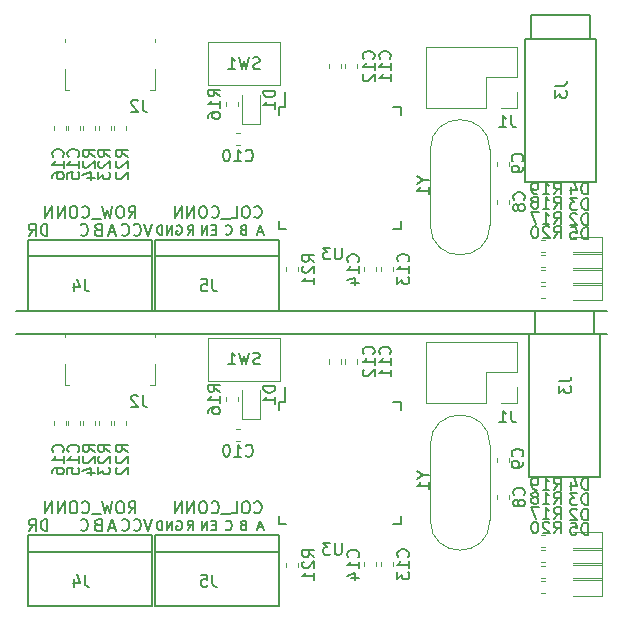
<source format=gbr>
G04 #@! TF.GenerationSoftware,KiCad,Pcbnew,(5.0.2)-1*
G04 #@! TF.CreationDate,2020-04-15T17:47:24+09:00*
G04 #@! TF.ProjectId,controller,636f6e74-726f-46c6-9c65-722e6b696361,rev?*
G04 #@! TF.SameCoordinates,Original*
G04 #@! TF.FileFunction,Legend,Bot*
G04 #@! TF.FilePolarity,Positive*
%FSLAX46Y46*%
G04 Gerber Fmt 4.6, Leading zero omitted, Abs format (unit mm)*
G04 Created by KiCad (PCBNEW (5.0.2)-1) date 2020/04/15 17:47:24*
%MOMM*%
%LPD*%
G01*
G04 APERTURE LIST*
%ADD10C,0.150000*%
%ADD11C,0.200000*%
%ADD12C,0.180000*%
%ADD13C,0.120000*%
G04 APERTURE END LIST*
D10*
X50000000Y-73000000D02*
X100000000Y-73000000D01*
D11*
X100000000Y-75000000D02*
X50000000Y-75000000D01*
D12*
X63609523Y-90800000D02*
X63685714Y-90761904D01*
X63800000Y-90761904D01*
X63914285Y-90800000D01*
X63990476Y-90876190D01*
X64028571Y-90952380D01*
X64066666Y-91104761D01*
X64066666Y-91219047D01*
X64028571Y-91371428D01*
X63990476Y-91447619D01*
X63914285Y-91523809D01*
X63800000Y-91561904D01*
X63723809Y-91561904D01*
X63609523Y-91523809D01*
X63571428Y-91485714D01*
X63571428Y-91219047D01*
X63723809Y-91219047D01*
X63228571Y-91561904D02*
X63228571Y-90761904D01*
X62771428Y-91561904D01*
X62771428Y-90761904D01*
X62390476Y-91561904D02*
X62390476Y-90761904D01*
X62200000Y-90761904D01*
X62085714Y-90800000D01*
X62009523Y-90876190D01*
X61971428Y-90952380D01*
X61933333Y-91104761D01*
X61933333Y-91219047D01*
X61971428Y-91371428D01*
X62009523Y-91447619D01*
X62085714Y-91523809D01*
X62200000Y-91561904D01*
X62390476Y-91561904D01*
X67752380Y-91485714D02*
X67790476Y-91523809D01*
X67904761Y-91561904D01*
X67980952Y-91561904D01*
X68095238Y-91523809D01*
X68171428Y-91447619D01*
X68209523Y-91371428D01*
X68247619Y-91219047D01*
X68247619Y-91104761D01*
X68209523Y-90952380D01*
X68171428Y-90876190D01*
X68095238Y-90800000D01*
X67980952Y-90761904D01*
X67904761Y-90761904D01*
X67790476Y-90800000D01*
X67752380Y-90838095D01*
X69242857Y-91142857D02*
X69128571Y-91180952D01*
X69090476Y-91219047D01*
X69052380Y-91295238D01*
X69052380Y-91409523D01*
X69090476Y-91485714D01*
X69128571Y-91523809D01*
X69204761Y-91561904D01*
X69509523Y-91561904D01*
X69509523Y-90761904D01*
X69242857Y-90761904D01*
X69166666Y-90800000D01*
X69128571Y-90838095D01*
X69090476Y-90914285D01*
X69090476Y-90990476D01*
X69128571Y-91066666D01*
X69166666Y-91104761D01*
X69242857Y-91142857D01*
X69509523Y-91142857D01*
D11*
X70171428Y-90057142D02*
X70219047Y-90104761D01*
X70361904Y-90152380D01*
X70457142Y-90152380D01*
X70600000Y-90104761D01*
X70695238Y-90009523D01*
X70742857Y-89914285D01*
X70790476Y-89723809D01*
X70790476Y-89580952D01*
X70742857Y-89390476D01*
X70695238Y-89295238D01*
X70600000Y-89200000D01*
X70457142Y-89152380D01*
X70361904Y-89152380D01*
X70219047Y-89200000D01*
X70171428Y-89247619D01*
X69552380Y-89152380D02*
X69361904Y-89152380D01*
X69266666Y-89200000D01*
X69171428Y-89295238D01*
X69123809Y-89485714D01*
X69123809Y-89819047D01*
X69171428Y-90009523D01*
X69266666Y-90104761D01*
X69361904Y-90152380D01*
X69552380Y-90152380D01*
X69647619Y-90104761D01*
X69742857Y-90009523D01*
X69790476Y-89819047D01*
X69790476Y-89485714D01*
X69742857Y-89295238D01*
X69647619Y-89200000D01*
X69552380Y-89152380D01*
X68219047Y-90152380D02*
X68695238Y-90152380D01*
X68695238Y-89152380D01*
X68123809Y-90247619D02*
X67361904Y-90247619D01*
X66552380Y-90057142D02*
X66600000Y-90104761D01*
X66742857Y-90152380D01*
X66838095Y-90152380D01*
X66980952Y-90104761D01*
X67076190Y-90009523D01*
X67123809Y-89914285D01*
X67171428Y-89723809D01*
X67171428Y-89580952D01*
X67123809Y-89390476D01*
X67076190Y-89295238D01*
X66980952Y-89200000D01*
X66838095Y-89152380D01*
X66742857Y-89152380D01*
X66600000Y-89200000D01*
X66552380Y-89247619D01*
X65933333Y-89152380D02*
X65742857Y-89152380D01*
X65647619Y-89200000D01*
X65552380Y-89295238D01*
X65504761Y-89485714D01*
X65504761Y-89819047D01*
X65552380Y-90009523D01*
X65647619Y-90104761D01*
X65742857Y-90152380D01*
X65933333Y-90152380D01*
X66028571Y-90104761D01*
X66123809Y-90009523D01*
X66171428Y-89819047D01*
X66171428Y-89485714D01*
X66123809Y-89295238D01*
X66028571Y-89200000D01*
X65933333Y-89152380D01*
X65076190Y-90152380D02*
X65076190Y-89152380D01*
X64504761Y-90152380D01*
X64504761Y-89152380D01*
X64028571Y-90152380D02*
X64028571Y-89152380D01*
X63457142Y-90152380D01*
X63457142Y-89152380D01*
X59538095Y-90152380D02*
X59871428Y-89676190D01*
X60109523Y-90152380D02*
X60109523Y-89152380D01*
X59728571Y-89152380D01*
X59633333Y-89200000D01*
X59585714Y-89247619D01*
X59538095Y-89342857D01*
X59538095Y-89485714D01*
X59585714Y-89580952D01*
X59633333Y-89628571D01*
X59728571Y-89676190D01*
X60109523Y-89676190D01*
X58919047Y-89152380D02*
X58728571Y-89152380D01*
X58633333Y-89200000D01*
X58538095Y-89295238D01*
X58490476Y-89485714D01*
X58490476Y-89819047D01*
X58538095Y-90009523D01*
X58633333Y-90104761D01*
X58728571Y-90152380D01*
X58919047Y-90152380D01*
X59014285Y-90104761D01*
X59109523Y-90009523D01*
X59157142Y-89819047D01*
X59157142Y-89485714D01*
X59109523Y-89295238D01*
X59014285Y-89200000D01*
X58919047Y-89152380D01*
X58157142Y-89152380D02*
X57919047Y-90152380D01*
X57728571Y-89438095D01*
X57538095Y-90152380D01*
X57300000Y-89152380D01*
X57157142Y-90247619D02*
X56395238Y-90247619D01*
X55585714Y-90057142D02*
X55633333Y-90104761D01*
X55776190Y-90152380D01*
X55871428Y-90152380D01*
X56014285Y-90104761D01*
X56109523Y-90009523D01*
X56157142Y-89914285D01*
X56204761Y-89723809D01*
X56204761Y-89580952D01*
X56157142Y-89390476D01*
X56109523Y-89295238D01*
X56014285Y-89200000D01*
X55871428Y-89152380D01*
X55776190Y-89152380D01*
X55633333Y-89200000D01*
X55585714Y-89247619D01*
X54966666Y-89152380D02*
X54776190Y-89152380D01*
X54680952Y-89200000D01*
X54585714Y-89295238D01*
X54538095Y-89485714D01*
X54538095Y-89819047D01*
X54585714Y-90009523D01*
X54680952Y-90104761D01*
X54776190Y-90152380D01*
X54966666Y-90152380D01*
X55061904Y-90104761D01*
X55157142Y-90009523D01*
X55204761Y-89819047D01*
X55204761Y-89485714D01*
X55157142Y-89295238D01*
X55061904Y-89200000D01*
X54966666Y-89152380D01*
X54109523Y-90152380D02*
X54109523Y-89152380D01*
X53538095Y-90152380D01*
X53538095Y-89152380D01*
X53061904Y-90152380D02*
X53061904Y-89152380D01*
X52490476Y-90152380D01*
X52490476Y-89152380D01*
D12*
X56918095Y-91128571D02*
X56775238Y-91176190D01*
X56727619Y-91223809D01*
X56680000Y-91319047D01*
X56680000Y-91461904D01*
X56727619Y-91557142D01*
X56775238Y-91604761D01*
X56870476Y-91652380D01*
X57251428Y-91652380D01*
X57251428Y-90652380D01*
X56918095Y-90652380D01*
X56822857Y-90700000D01*
X56775238Y-90747619D01*
X56727619Y-90842857D01*
X56727619Y-90938095D01*
X56775238Y-91033333D01*
X56822857Y-91080952D01*
X56918095Y-91128571D01*
X57251428Y-91128571D01*
X61533333Y-90652380D02*
X61200000Y-91652380D01*
X60866666Y-90652380D01*
X59961904Y-91557142D02*
X60009523Y-91604761D01*
X60152380Y-91652380D01*
X60247619Y-91652380D01*
X60390476Y-91604761D01*
X60485714Y-91509523D01*
X60533333Y-91414285D01*
X60580952Y-91223809D01*
X60580952Y-91080952D01*
X60533333Y-90890476D01*
X60485714Y-90795238D01*
X60390476Y-90700000D01*
X60247619Y-90652380D01*
X60152380Y-90652380D01*
X60009523Y-90700000D01*
X59961904Y-90747619D01*
X58961904Y-91557142D02*
X59009523Y-91604761D01*
X59152380Y-91652380D01*
X59247619Y-91652380D01*
X59390476Y-91604761D01*
X59485714Y-91509523D01*
X59533333Y-91414285D01*
X59580952Y-91223809D01*
X59580952Y-91080952D01*
X59533333Y-90890476D01*
X59485714Y-90795238D01*
X59390476Y-90700000D01*
X59247619Y-90652380D01*
X59152380Y-90652380D01*
X59009523Y-90700000D01*
X58961904Y-90747619D01*
X66890476Y-91142857D02*
X66623809Y-91142857D01*
X66509523Y-91561904D02*
X66890476Y-91561904D01*
X66890476Y-90761904D01*
X66509523Y-90761904D01*
X66166666Y-91561904D02*
X66166666Y-90761904D01*
X65709523Y-91561904D01*
X65709523Y-90761904D01*
X55467619Y-91557142D02*
X55515238Y-91604761D01*
X55658095Y-91652380D01*
X55753333Y-91652380D01*
X55896190Y-91604761D01*
X55991428Y-91509523D01*
X56039047Y-91414285D01*
X56086666Y-91223809D01*
X56086666Y-91080952D01*
X56039047Y-90890476D01*
X55991428Y-90795238D01*
X55896190Y-90700000D01*
X55753333Y-90652380D01*
X55658095Y-90652380D01*
X55515238Y-90700000D01*
X55467619Y-90747619D01*
X64552380Y-91561904D02*
X64819047Y-91180952D01*
X65009523Y-91561904D02*
X65009523Y-90761904D01*
X64704761Y-90761904D01*
X64628571Y-90800000D01*
X64590476Y-90838095D01*
X64552380Y-90914285D01*
X64552380Y-91028571D01*
X64590476Y-91104761D01*
X64628571Y-91142857D01*
X64704761Y-91180952D01*
X65009523Y-91180952D01*
X70890476Y-91333333D02*
X70509523Y-91333333D01*
X70966666Y-91561904D02*
X70700000Y-90761904D01*
X70433333Y-91561904D01*
X58368571Y-91366666D02*
X57892380Y-91366666D01*
X58463809Y-91652380D02*
X58130476Y-90652380D01*
X57797142Y-91652380D01*
X52661904Y-91652380D02*
X52661904Y-90652380D01*
X52423809Y-90652380D01*
X52280952Y-90700000D01*
X52185714Y-90795238D01*
X52138095Y-90890476D01*
X52090476Y-91080952D01*
X52090476Y-91223809D01*
X52138095Y-91414285D01*
X52185714Y-91509523D01*
X52280952Y-91604761D01*
X52423809Y-91652380D01*
X52661904Y-91652380D01*
X51090476Y-91652380D02*
X51423809Y-91176190D01*
X51661904Y-91652380D02*
X51661904Y-90652380D01*
X51280952Y-90652380D01*
X51185714Y-90700000D01*
X51138095Y-90747619D01*
X51090476Y-90842857D01*
X51090476Y-90985714D01*
X51138095Y-91080952D01*
X51185714Y-91128571D01*
X51280952Y-91176190D01*
X51661904Y-91176190D01*
D11*
X59538095Y-65152380D02*
X59871428Y-64676190D01*
X60109523Y-65152380D02*
X60109523Y-64152380D01*
X59728571Y-64152380D01*
X59633333Y-64200000D01*
X59585714Y-64247619D01*
X59538095Y-64342857D01*
X59538095Y-64485714D01*
X59585714Y-64580952D01*
X59633333Y-64628571D01*
X59728571Y-64676190D01*
X60109523Y-64676190D01*
X58919047Y-64152380D02*
X58728571Y-64152380D01*
X58633333Y-64200000D01*
X58538095Y-64295238D01*
X58490476Y-64485714D01*
X58490476Y-64819047D01*
X58538095Y-65009523D01*
X58633333Y-65104761D01*
X58728571Y-65152380D01*
X58919047Y-65152380D01*
X59014285Y-65104761D01*
X59109523Y-65009523D01*
X59157142Y-64819047D01*
X59157142Y-64485714D01*
X59109523Y-64295238D01*
X59014285Y-64200000D01*
X58919047Y-64152380D01*
X58157142Y-64152380D02*
X57919047Y-65152380D01*
X57728571Y-64438095D01*
X57538095Y-65152380D01*
X57300000Y-64152380D01*
X57157142Y-65247619D02*
X56395238Y-65247619D01*
X55585714Y-65057142D02*
X55633333Y-65104761D01*
X55776190Y-65152380D01*
X55871428Y-65152380D01*
X56014285Y-65104761D01*
X56109523Y-65009523D01*
X56157142Y-64914285D01*
X56204761Y-64723809D01*
X56204761Y-64580952D01*
X56157142Y-64390476D01*
X56109523Y-64295238D01*
X56014285Y-64200000D01*
X55871428Y-64152380D01*
X55776190Y-64152380D01*
X55633333Y-64200000D01*
X55585714Y-64247619D01*
X54966666Y-64152380D02*
X54776190Y-64152380D01*
X54680952Y-64200000D01*
X54585714Y-64295238D01*
X54538095Y-64485714D01*
X54538095Y-64819047D01*
X54585714Y-65009523D01*
X54680952Y-65104761D01*
X54776190Y-65152380D01*
X54966666Y-65152380D01*
X55061904Y-65104761D01*
X55157142Y-65009523D01*
X55204761Y-64819047D01*
X55204761Y-64485714D01*
X55157142Y-64295238D01*
X55061904Y-64200000D01*
X54966666Y-64152380D01*
X54109523Y-65152380D02*
X54109523Y-64152380D01*
X53538095Y-65152380D01*
X53538095Y-64152380D01*
X53061904Y-65152380D02*
X53061904Y-64152380D01*
X52490476Y-65152380D01*
X52490476Y-64152380D01*
D12*
X70890476Y-66333333D02*
X70509523Y-66333333D01*
X70966666Y-66561904D02*
X70700000Y-65761904D01*
X70433333Y-66561904D01*
X69242857Y-66142857D02*
X69128571Y-66180952D01*
X69090476Y-66219047D01*
X69052380Y-66295238D01*
X69052380Y-66409523D01*
X69090476Y-66485714D01*
X69128571Y-66523809D01*
X69204761Y-66561904D01*
X69509523Y-66561904D01*
X69509523Y-65761904D01*
X69242857Y-65761904D01*
X69166666Y-65800000D01*
X69128571Y-65838095D01*
X69090476Y-65914285D01*
X69090476Y-65990476D01*
X69128571Y-66066666D01*
X69166666Y-66104761D01*
X69242857Y-66142857D01*
X69509523Y-66142857D01*
X67752380Y-66485714D02*
X67790476Y-66523809D01*
X67904761Y-66561904D01*
X67980952Y-66561904D01*
X68095238Y-66523809D01*
X68171428Y-66447619D01*
X68209523Y-66371428D01*
X68247619Y-66219047D01*
X68247619Y-66104761D01*
X68209523Y-65952380D01*
X68171428Y-65876190D01*
X68095238Y-65800000D01*
X67980952Y-65761904D01*
X67904761Y-65761904D01*
X67790476Y-65800000D01*
X67752380Y-65838095D01*
X66890476Y-66142857D02*
X66623809Y-66142857D01*
X66509523Y-66561904D02*
X66890476Y-66561904D01*
X66890476Y-65761904D01*
X66509523Y-65761904D01*
X66166666Y-66561904D02*
X66166666Y-65761904D01*
X65709523Y-66561904D01*
X65709523Y-65761904D01*
D11*
X70171428Y-65057142D02*
X70219047Y-65104761D01*
X70361904Y-65152380D01*
X70457142Y-65152380D01*
X70600000Y-65104761D01*
X70695238Y-65009523D01*
X70742857Y-64914285D01*
X70790476Y-64723809D01*
X70790476Y-64580952D01*
X70742857Y-64390476D01*
X70695238Y-64295238D01*
X70600000Y-64200000D01*
X70457142Y-64152380D01*
X70361904Y-64152380D01*
X70219047Y-64200000D01*
X70171428Y-64247619D01*
X69552380Y-64152380D02*
X69361904Y-64152380D01*
X69266666Y-64200000D01*
X69171428Y-64295238D01*
X69123809Y-64485714D01*
X69123809Y-64819047D01*
X69171428Y-65009523D01*
X69266666Y-65104761D01*
X69361904Y-65152380D01*
X69552380Y-65152380D01*
X69647619Y-65104761D01*
X69742857Y-65009523D01*
X69790476Y-64819047D01*
X69790476Y-64485714D01*
X69742857Y-64295238D01*
X69647619Y-64200000D01*
X69552380Y-64152380D01*
X68219047Y-65152380D02*
X68695238Y-65152380D01*
X68695238Y-64152380D01*
X68123809Y-65247619D02*
X67361904Y-65247619D01*
X66552380Y-65057142D02*
X66600000Y-65104761D01*
X66742857Y-65152380D01*
X66838095Y-65152380D01*
X66980952Y-65104761D01*
X67076190Y-65009523D01*
X67123809Y-64914285D01*
X67171428Y-64723809D01*
X67171428Y-64580952D01*
X67123809Y-64390476D01*
X67076190Y-64295238D01*
X66980952Y-64200000D01*
X66838095Y-64152380D01*
X66742857Y-64152380D01*
X66600000Y-64200000D01*
X66552380Y-64247619D01*
X65933333Y-64152380D02*
X65742857Y-64152380D01*
X65647619Y-64200000D01*
X65552380Y-64295238D01*
X65504761Y-64485714D01*
X65504761Y-64819047D01*
X65552380Y-65009523D01*
X65647619Y-65104761D01*
X65742857Y-65152380D01*
X65933333Y-65152380D01*
X66028571Y-65104761D01*
X66123809Y-65009523D01*
X66171428Y-64819047D01*
X66171428Y-64485714D01*
X66123809Y-64295238D01*
X66028571Y-64200000D01*
X65933333Y-64152380D01*
X65076190Y-65152380D02*
X65076190Y-64152380D01*
X64504761Y-65152380D01*
X64504761Y-64152380D01*
X64028571Y-65152380D02*
X64028571Y-64152380D01*
X63457142Y-65152380D01*
X63457142Y-64152380D01*
D12*
X64552380Y-66561904D02*
X64819047Y-66180952D01*
X65009523Y-66561904D02*
X65009523Y-65761904D01*
X64704761Y-65761904D01*
X64628571Y-65800000D01*
X64590476Y-65838095D01*
X64552380Y-65914285D01*
X64552380Y-66028571D01*
X64590476Y-66104761D01*
X64628571Y-66142857D01*
X64704761Y-66180952D01*
X65009523Y-66180952D01*
X63609523Y-65800000D02*
X63685714Y-65761904D01*
X63800000Y-65761904D01*
X63914285Y-65800000D01*
X63990476Y-65876190D01*
X64028571Y-65952380D01*
X64066666Y-66104761D01*
X64066666Y-66219047D01*
X64028571Y-66371428D01*
X63990476Y-66447619D01*
X63914285Y-66523809D01*
X63800000Y-66561904D01*
X63723809Y-66561904D01*
X63609523Y-66523809D01*
X63571428Y-66485714D01*
X63571428Y-66219047D01*
X63723809Y-66219047D01*
X63228571Y-66561904D02*
X63228571Y-65761904D01*
X62771428Y-66561904D01*
X62771428Y-65761904D01*
X62390476Y-66561904D02*
X62390476Y-65761904D01*
X62200000Y-65761904D01*
X62085714Y-65800000D01*
X62009523Y-65876190D01*
X61971428Y-65952380D01*
X61933333Y-66104761D01*
X61933333Y-66219047D01*
X61971428Y-66371428D01*
X62009523Y-66447619D01*
X62085714Y-66523809D01*
X62200000Y-66561904D01*
X62390476Y-66561904D01*
X61533333Y-65652380D02*
X61200000Y-66652380D01*
X60866666Y-65652380D01*
X59961904Y-66557142D02*
X60009523Y-66604761D01*
X60152380Y-66652380D01*
X60247619Y-66652380D01*
X60390476Y-66604761D01*
X60485714Y-66509523D01*
X60533333Y-66414285D01*
X60580952Y-66223809D01*
X60580952Y-66080952D01*
X60533333Y-65890476D01*
X60485714Y-65795238D01*
X60390476Y-65700000D01*
X60247619Y-65652380D01*
X60152380Y-65652380D01*
X60009523Y-65700000D01*
X59961904Y-65747619D01*
X58961904Y-66557142D02*
X59009523Y-66604761D01*
X59152380Y-66652380D01*
X59247619Y-66652380D01*
X59390476Y-66604761D01*
X59485714Y-66509523D01*
X59533333Y-66414285D01*
X59580952Y-66223809D01*
X59580952Y-66080952D01*
X59533333Y-65890476D01*
X59485714Y-65795238D01*
X59390476Y-65700000D01*
X59247619Y-65652380D01*
X59152380Y-65652380D01*
X59009523Y-65700000D01*
X58961904Y-65747619D01*
X52661904Y-66652380D02*
X52661904Y-65652380D01*
X52423809Y-65652380D01*
X52280952Y-65700000D01*
X52185714Y-65795238D01*
X52138095Y-65890476D01*
X52090476Y-66080952D01*
X52090476Y-66223809D01*
X52138095Y-66414285D01*
X52185714Y-66509523D01*
X52280952Y-66604761D01*
X52423809Y-66652380D01*
X52661904Y-66652380D01*
X51090476Y-66652380D02*
X51423809Y-66176190D01*
X51661904Y-66652380D02*
X51661904Y-65652380D01*
X51280952Y-65652380D01*
X51185714Y-65700000D01*
X51138095Y-65747619D01*
X51090476Y-65842857D01*
X51090476Y-65985714D01*
X51138095Y-66080952D01*
X51185714Y-66128571D01*
X51280952Y-66176190D01*
X51661904Y-66176190D01*
X55467619Y-66557142D02*
X55515238Y-66604761D01*
X55658095Y-66652380D01*
X55753333Y-66652380D01*
X55896190Y-66604761D01*
X55991428Y-66509523D01*
X56039047Y-66414285D01*
X56086666Y-66223809D01*
X56086666Y-66080952D01*
X56039047Y-65890476D01*
X55991428Y-65795238D01*
X55896190Y-65700000D01*
X55753333Y-65652380D01*
X55658095Y-65652380D01*
X55515238Y-65700000D01*
X55467619Y-65747619D01*
X56918095Y-66128571D02*
X56775238Y-66176190D01*
X56727619Y-66223809D01*
X56680000Y-66319047D01*
X56680000Y-66461904D01*
X56727619Y-66557142D01*
X56775238Y-66604761D01*
X56870476Y-66652380D01*
X57251428Y-66652380D01*
X57251428Y-65652380D01*
X56918095Y-65652380D01*
X56822857Y-65700000D01*
X56775238Y-65747619D01*
X56727619Y-65842857D01*
X56727619Y-65938095D01*
X56775238Y-66033333D01*
X56822857Y-66080952D01*
X56918095Y-66128571D01*
X57251428Y-66128571D01*
X58368571Y-66366666D02*
X57892380Y-66366666D01*
X58463809Y-66652380D02*
X58130476Y-65652380D01*
X57797142Y-66652380D01*
D10*
G04 #@! TO.C,J3*
X93450000Y-87100000D02*
X99450000Y-87100000D01*
X93450000Y-75000000D02*
X93450000Y-87100000D01*
X99450000Y-75000000D02*
X93450000Y-75000000D01*
X99450000Y-87100000D02*
X99450000Y-75000000D01*
X93950000Y-73000000D02*
X93950000Y-75000000D01*
X98950000Y-73000000D02*
X93950000Y-73000000D01*
X98950000Y-75000000D02*
X98950000Y-73000000D01*
D13*
G04 #@! TO.C,R24*
X55640000Y-82328733D02*
X55640000Y-82671267D01*
X56660000Y-82328733D02*
X56660000Y-82671267D01*
G04 #@! TO.C,R21*
X73910000Y-94328733D02*
X73910000Y-94671267D01*
X72890000Y-94328733D02*
X72890000Y-94671267D01*
G04 #@! TO.C,R22*
X59310000Y-82328733D02*
X59310000Y-82671267D01*
X58290000Y-82328733D02*
X58290000Y-82671267D01*
G04 #@! TO.C,SW1*
X66240000Y-75290000D02*
X66240000Y-78910000D01*
X72360000Y-75290000D02*
X66240000Y-75290000D01*
X72360000Y-78910000D02*
X72360000Y-75290000D01*
X66240000Y-78910000D02*
X72360000Y-78910000D01*
D11*
G04 #@! TO.C,J5*
X61800000Y-92000000D02*
X61800000Y-93400000D01*
X72300000Y-92000000D02*
X61800000Y-92000000D01*
X72300000Y-93400000D02*
X72300000Y-92000000D01*
X61800000Y-98000000D02*
X61800000Y-93400000D01*
X72300000Y-98000000D02*
X61800000Y-98000000D01*
X72300000Y-93400000D02*
X72300000Y-98000000D01*
X61800000Y-93400000D02*
X72300000Y-93400000D01*
D13*
G04 #@! TO.C,R23*
X56990000Y-82328733D02*
X56990000Y-82671267D01*
X58010000Y-82328733D02*
X58010000Y-82671267D01*
D11*
G04 #@! TO.C,J4*
X51000000Y-93400000D02*
X61500000Y-93400000D01*
X61500000Y-93400000D02*
X61500000Y-98000000D01*
X61500000Y-98000000D02*
X51000000Y-98000000D01*
X51000000Y-98000000D02*
X51000000Y-93400000D01*
X61500000Y-93400000D02*
X61500000Y-92000000D01*
X61500000Y-92000000D02*
X51000000Y-92000000D01*
X51000000Y-92000000D02*
X51000000Y-93400000D01*
D13*
G04 #@! TO.C,D3*
X97180986Y-93060764D02*
X99640986Y-93060764D01*
X99640986Y-93060764D02*
X99640986Y-94530764D01*
X99640986Y-94530764D02*
X97180986Y-94530764D01*
G04 #@! TO.C,R18*
X94409719Y-94305764D02*
X94752253Y-94305764D01*
X94409719Y-93285764D02*
X94752253Y-93285764D01*
G04 #@! TO.C,C15*
X54440000Y-82328733D02*
X54440000Y-82671267D01*
X55460000Y-82328733D02*
X55460000Y-82671267D01*
G04 #@! TO.C,D1*
X69165000Y-82160000D02*
X69165000Y-79700000D01*
X70635000Y-82160000D02*
X69165000Y-82160000D01*
X70635000Y-79700000D02*
X70635000Y-82160000D01*
G04 #@! TO.C,C10*
X68946267Y-84010000D02*
X68603733Y-84010000D01*
X68946267Y-82990000D02*
X68603733Y-82990000D01*
G04 #@! TO.C,R19*
X94434719Y-91985764D02*
X94777253Y-91985764D01*
X94434719Y-93005764D02*
X94777253Y-93005764D01*
G04 #@! TO.C,C16*
X54260000Y-82328733D02*
X54260000Y-82671267D01*
X53240000Y-82328733D02*
X53240000Y-82671267D01*
G04 #@! TO.C,C9*
X91710000Y-85428733D02*
X91710000Y-85771267D01*
X90690000Y-85428733D02*
X90690000Y-85771267D01*
G04 #@! TO.C,R20*
X94409719Y-96905764D02*
X94752253Y-96905764D01*
X94409719Y-95885764D02*
X94752253Y-95885764D01*
G04 #@! TO.C,R16*
X67790000Y-80646267D02*
X67790000Y-80303733D01*
X68810000Y-80646267D02*
X68810000Y-80303733D01*
G04 #@! TO.C,D5*
X97180986Y-95660764D02*
X99640986Y-95660764D01*
X99640986Y-95660764D02*
X99640986Y-97130764D01*
X99640986Y-97130764D02*
X97180986Y-97130764D01*
G04 #@! TO.C,D2*
X99640986Y-95830764D02*
X97180986Y-95830764D01*
X99640986Y-94360764D02*
X99640986Y-95830764D01*
X97180986Y-94360764D02*
X99640986Y-94360764D01*
G04 #@! TO.C,C11*
X78910000Y-77471267D02*
X78910000Y-77128733D01*
X77890000Y-77471267D02*
X77890000Y-77128733D01*
G04 #@! TO.C,D4*
X99640986Y-93230764D02*
X97180986Y-93230764D01*
X99640986Y-91760764D02*
X99640986Y-93230764D01*
X97180986Y-91760764D02*
X99640986Y-91760764D01*
G04 #@! TO.C,C13*
X81910000Y-94646267D02*
X81910000Y-94303733D01*
X80890000Y-94646267D02*
X80890000Y-94303733D01*
G04 #@! TO.C,R17*
X94409719Y-95605764D02*
X94752253Y-95605764D01*
X94409719Y-94585764D02*
X94752253Y-94585764D01*
G04 #@! TO.C,C12*
X77510000Y-77471267D02*
X77510000Y-77128733D01*
X76490000Y-77471267D02*
X76490000Y-77128733D01*
G04 #@! TO.C,C14*
X79490000Y-94646267D02*
X79490000Y-94303733D01*
X80510000Y-94646267D02*
X80510000Y-94303733D01*
G04 #@! TO.C,Y1*
X85075000Y-84350000D02*
G75*
G02X90125000Y-84350000I2525000J0D01*
G01*
X85075000Y-90750000D02*
G75*
G03X90125000Y-90750000I2525000J0D01*
G01*
X85075000Y-90750000D02*
X85075000Y-84350000D01*
X90125000Y-90750000D02*
X90125000Y-84350000D01*
G04 #@! TO.C,J2*
X61747500Y-79310000D02*
X61367500Y-79310000D01*
X61747500Y-75260000D02*
X61747500Y-75000000D01*
X61747500Y-79310000D02*
X61747500Y-77540000D01*
X54127500Y-79310000D02*
X54507500Y-79310000D01*
X54127500Y-77540000D02*
X54127500Y-79310000D01*
X54127500Y-75000000D02*
X54127500Y-75260000D01*
G04 #@! TO.C,C8*
X91710000Y-88946267D02*
X91710000Y-88603733D01*
X90690000Y-88946267D02*
X90690000Y-88603733D01*
D10*
G04 #@! TO.C,U3*
X72800000Y-80725000D02*
X72800000Y-79450000D01*
X72225000Y-91075000D02*
X72225000Y-90400000D01*
X82575000Y-91075000D02*
X82575000Y-90400000D01*
X82575000Y-80725000D02*
X82575000Y-81400000D01*
X72225000Y-80725000D02*
X72225000Y-81400000D01*
X82575000Y-80725000D02*
X81900000Y-80725000D01*
X82575000Y-91075000D02*
X81900000Y-91075000D01*
X72225000Y-91075000D02*
X72900000Y-91075000D01*
X72225000Y-80725000D02*
X72800000Y-80725000D01*
D13*
G04 #@! TO.C,J1*
X92430000Y-80830000D02*
X92430000Y-79500000D01*
X91100000Y-80830000D02*
X92430000Y-80830000D01*
X92430000Y-78230000D02*
X92430000Y-75630000D01*
X89830000Y-78230000D02*
X92430000Y-78230000D01*
X89830000Y-80830000D02*
X89830000Y-78230000D01*
X92430000Y-75630000D02*
X84690000Y-75630000D01*
X89830000Y-80830000D02*
X84690000Y-80830000D01*
X84690000Y-80830000D02*
X84690000Y-75630000D01*
G04 #@! TO.C,J2*
X54127500Y-50000000D02*
X54127500Y-50260000D01*
X54127500Y-52540000D02*
X54127500Y-54310000D01*
X54127500Y-54310000D02*
X54507500Y-54310000D01*
X61747500Y-54310000D02*
X61747500Y-52540000D01*
X61747500Y-50260000D02*
X61747500Y-50000000D01*
X61747500Y-54310000D02*
X61367500Y-54310000D01*
G04 #@! TO.C,J1*
X84690000Y-55830000D02*
X84690000Y-50630000D01*
X89830000Y-55830000D02*
X84690000Y-55830000D01*
X92430000Y-50630000D02*
X84690000Y-50630000D01*
X89830000Y-55830000D02*
X89830000Y-53230000D01*
X89830000Y-53230000D02*
X92430000Y-53230000D01*
X92430000Y-53230000D02*
X92430000Y-50630000D01*
X91100000Y-55830000D02*
X92430000Y-55830000D01*
X92430000Y-55830000D02*
X92430000Y-54500000D01*
D10*
G04 #@! TO.C,U3*
X72225000Y-55725000D02*
X72800000Y-55725000D01*
X72225000Y-66075000D02*
X72900000Y-66075000D01*
X82575000Y-66075000D02*
X81900000Y-66075000D01*
X82575000Y-55725000D02*
X81900000Y-55725000D01*
X72225000Y-55725000D02*
X72225000Y-56400000D01*
X82575000Y-55725000D02*
X82575000Y-56400000D01*
X82575000Y-66075000D02*
X82575000Y-65400000D01*
X72225000Y-66075000D02*
X72225000Y-65400000D01*
X72800000Y-55725000D02*
X72800000Y-54450000D01*
D13*
G04 #@! TO.C,Y1*
X90125000Y-65750000D02*
X90125000Y-59350000D01*
X85075000Y-65750000D02*
X85075000Y-59350000D01*
X85075000Y-65750000D02*
G75*
G03X90125000Y-65750000I2525000J0D01*
G01*
X85075000Y-59350000D02*
G75*
G02X90125000Y-59350000I2525000J0D01*
G01*
D10*
G04 #@! TO.C,J3*
X98600000Y-50000000D02*
X98600000Y-48000000D01*
X98600000Y-48000000D02*
X93600000Y-48000000D01*
X93600000Y-48000000D02*
X93600000Y-50000000D01*
X99100000Y-62100000D02*
X99100000Y-50000000D01*
X99100000Y-50000000D02*
X93100000Y-50000000D01*
X93100000Y-50000000D02*
X93100000Y-62100000D01*
X93100000Y-62100000D02*
X99100000Y-62100000D01*
D13*
G04 #@! TO.C,C8*
X90690000Y-63946267D02*
X90690000Y-63603733D01*
X91710000Y-63946267D02*
X91710000Y-63603733D01*
G04 #@! TO.C,C9*
X90690000Y-60428733D02*
X90690000Y-60771267D01*
X91710000Y-60428733D02*
X91710000Y-60771267D01*
G04 #@! TO.C,C10*
X68946267Y-57990000D02*
X68603733Y-57990000D01*
X68946267Y-59010000D02*
X68603733Y-59010000D01*
G04 #@! TO.C,C11*
X77890000Y-52471267D02*
X77890000Y-52128733D01*
X78910000Y-52471267D02*
X78910000Y-52128733D01*
G04 #@! TO.C,C12*
X76490000Y-52471267D02*
X76490000Y-52128733D01*
X77510000Y-52471267D02*
X77510000Y-52128733D01*
G04 #@! TO.C,C13*
X80890000Y-69646267D02*
X80890000Y-69303733D01*
X81910000Y-69646267D02*
X81910000Y-69303733D01*
G04 #@! TO.C,C14*
X80510000Y-69646267D02*
X80510000Y-69303733D01*
X79490000Y-69646267D02*
X79490000Y-69303733D01*
G04 #@! TO.C,C15*
X55460000Y-57328733D02*
X55460000Y-57671267D01*
X54440000Y-57328733D02*
X54440000Y-57671267D01*
G04 #@! TO.C,C16*
X53240000Y-57328733D02*
X53240000Y-57671267D01*
X54260000Y-57328733D02*
X54260000Y-57671267D01*
G04 #@! TO.C,D1*
X70635000Y-54700000D02*
X70635000Y-57160000D01*
X70635000Y-57160000D02*
X69165000Y-57160000D01*
X69165000Y-57160000D02*
X69165000Y-54700000D01*
G04 #@! TO.C,D2*
X97180986Y-69360764D02*
X99640986Y-69360764D01*
X99640986Y-69360764D02*
X99640986Y-70830764D01*
X99640986Y-70830764D02*
X97180986Y-70830764D01*
G04 #@! TO.C,D3*
X99640986Y-69530764D02*
X97180986Y-69530764D01*
X99640986Y-68060764D02*
X99640986Y-69530764D01*
X97180986Y-68060764D02*
X99640986Y-68060764D01*
G04 #@! TO.C,D4*
X97180986Y-66760764D02*
X99640986Y-66760764D01*
X99640986Y-66760764D02*
X99640986Y-68230764D01*
X99640986Y-68230764D02*
X97180986Y-68230764D01*
G04 #@! TO.C,D5*
X99640986Y-72130764D02*
X97180986Y-72130764D01*
X99640986Y-70660764D02*
X99640986Y-72130764D01*
X97180986Y-70660764D02*
X99640986Y-70660764D01*
G04 #@! TO.C,R16*
X68810000Y-55646267D02*
X68810000Y-55303733D01*
X67790000Y-55646267D02*
X67790000Y-55303733D01*
G04 #@! TO.C,R17*
X94409719Y-69585764D02*
X94752253Y-69585764D01*
X94409719Y-70605764D02*
X94752253Y-70605764D01*
G04 #@! TO.C,R18*
X94409719Y-68285764D02*
X94752253Y-68285764D01*
X94409719Y-69305764D02*
X94752253Y-69305764D01*
G04 #@! TO.C,R19*
X94434719Y-68005764D02*
X94777253Y-68005764D01*
X94434719Y-66985764D02*
X94777253Y-66985764D01*
G04 #@! TO.C,R20*
X94409719Y-70885764D02*
X94752253Y-70885764D01*
X94409719Y-71905764D02*
X94752253Y-71905764D01*
G04 #@! TO.C,R21*
X72890000Y-69328733D02*
X72890000Y-69671267D01*
X73910000Y-69328733D02*
X73910000Y-69671267D01*
G04 #@! TO.C,R22*
X58290000Y-57328733D02*
X58290000Y-57671267D01*
X59310000Y-57328733D02*
X59310000Y-57671267D01*
G04 #@! TO.C,R23*
X58010000Y-57328733D02*
X58010000Y-57671267D01*
X56990000Y-57328733D02*
X56990000Y-57671267D01*
G04 #@! TO.C,R24*
X56660000Y-57328733D02*
X56660000Y-57671267D01*
X55640000Y-57328733D02*
X55640000Y-57671267D01*
G04 #@! TO.C,SW1*
X66240000Y-53910000D02*
X72360000Y-53910000D01*
X72360000Y-53910000D02*
X72360000Y-50290000D01*
X72360000Y-50290000D02*
X66240000Y-50290000D01*
X66240000Y-50290000D02*
X66240000Y-53910000D01*
D11*
G04 #@! TO.C,J4*
X51000000Y-67000000D02*
X51000000Y-68400000D01*
X61500000Y-67000000D02*
X51000000Y-67000000D01*
X61500000Y-68400000D02*
X61500000Y-67000000D01*
X51000000Y-73000000D02*
X51000000Y-68400000D01*
X61500000Y-73000000D02*
X51000000Y-73000000D01*
X61500000Y-68400000D02*
X61500000Y-73000000D01*
X51000000Y-68400000D02*
X61500000Y-68400000D01*
G04 #@! TO.C,J5*
X61800000Y-68400000D02*
X72300000Y-68400000D01*
X72300000Y-68400000D02*
X72300000Y-73000000D01*
X72300000Y-73000000D02*
X61800000Y-73000000D01*
X61800000Y-73000000D02*
X61800000Y-68400000D01*
X72300000Y-68400000D02*
X72300000Y-67000000D01*
X72300000Y-67000000D02*
X61800000Y-67000000D01*
X61800000Y-67000000D02*
X61800000Y-68400000D01*
G04 #@! TO.C,J3*
D10*
X96002380Y-78966666D02*
X96716666Y-78966666D01*
X96859523Y-78919047D01*
X96954761Y-78823809D01*
X97002380Y-78680952D01*
X97002380Y-78585714D01*
X96002380Y-79347619D02*
X96002380Y-79966666D01*
X96383333Y-79633333D01*
X96383333Y-79776190D01*
X96430952Y-79871428D01*
X96478571Y-79919047D01*
X96573809Y-79966666D01*
X96811904Y-79966666D01*
X96907142Y-79919047D01*
X96954761Y-79871428D01*
X97002380Y-79776190D01*
X97002380Y-79490476D01*
X96954761Y-79395238D01*
X96907142Y-79347619D01*
G04 #@! TO.C,R24*
X56652380Y-84957142D02*
X56176190Y-84623809D01*
X56652380Y-84385714D02*
X55652380Y-84385714D01*
X55652380Y-84766666D01*
X55700000Y-84861904D01*
X55747619Y-84909523D01*
X55842857Y-84957142D01*
X55985714Y-84957142D01*
X56080952Y-84909523D01*
X56128571Y-84861904D01*
X56176190Y-84766666D01*
X56176190Y-84385714D01*
X55747619Y-85338095D02*
X55700000Y-85385714D01*
X55652380Y-85480952D01*
X55652380Y-85719047D01*
X55700000Y-85814285D01*
X55747619Y-85861904D01*
X55842857Y-85909523D01*
X55938095Y-85909523D01*
X56080952Y-85861904D01*
X56652380Y-85290476D01*
X56652380Y-85909523D01*
X55985714Y-86766666D02*
X56652380Y-86766666D01*
X55604761Y-86528571D02*
X56319047Y-86290476D01*
X56319047Y-86909523D01*
G04 #@! TO.C,R21*
X75252380Y-93857142D02*
X74776190Y-93523809D01*
X75252380Y-93285714D02*
X74252380Y-93285714D01*
X74252380Y-93666666D01*
X74300000Y-93761904D01*
X74347619Y-93809523D01*
X74442857Y-93857142D01*
X74585714Y-93857142D01*
X74680952Y-93809523D01*
X74728571Y-93761904D01*
X74776190Y-93666666D01*
X74776190Y-93285714D01*
X74347619Y-94238095D02*
X74300000Y-94285714D01*
X74252380Y-94380952D01*
X74252380Y-94619047D01*
X74300000Y-94714285D01*
X74347619Y-94761904D01*
X74442857Y-94809523D01*
X74538095Y-94809523D01*
X74680952Y-94761904D01*
X75252380Y-94190476D01*
X75252380Y-94809523D01*
X75252380Y-95761904D02*
X75252380Y-95190476D01*
X75252380Y-95476190D02*
X74252380Y-95476190D01*
X74395238Y-95380952D01*
X74490476Y-95285714D01*
X74538095Y-95190476D01*
G04 #@! TO.C,R22*
X59452380Y-84957142D02*
X58976190Y-84623809D01*
X59452380Y-84385714D02*
X58452380Y-84385714D01*
X58452380Y-84766666D01*
X58500000Y-84861904D01*
X58547619Y-84909523D01*
X58642857Y-84957142D01*
X58785714Y-84957142D01*
X58880952Y-84909523D01*
X58928571Y-84861904D01*
X58976190Y-84766666D01*
X58976190Y-84385714D01*
X58547619Y-85338095D02*
X58500000Y-85385714D01*
X58452380Y-85480952D01*
X58452380Y-85719047D01*
X58500000Y-85814285D01*
X58547619Y-85861904D01*
X58642857Y-85909523D01*
X58738095Y-85909523D01*
X58880952Y-85861904D01*
X59452380Y-85290476D01*
X59452380Y-85909523D01*
X58547619Y-86290476D02*
X58500000Y-86338095D01*
X58452380Y-86433333D01*
X58452380Y-86671428D01*
X58500000Y-86766666D01*
X58547619Y-86814285D01*
X58642857Y-86861904D01*
X58738095Y-86861904D01*
X58880952Y-86814285D01*
X59452380Y-86242857D01*
X59452380Y-86861904D01*
G04 #@! TO.C,SW1*
X70633333Y-77504761D02*
X70490476Y-77552380D01*
X70252380Y-77552380D01*
X70157142Y-77504761D01*
X70109523Y-77457142D01*
X70061904Y-77361904D01*
X70061904Y-77266666D01*
X70109523Y-77171428D01*
X70157142Y-77123809D01*
X70252380Y-77076190D01*
X70442857Y-77028571D01*
X70538095Y-76980952D01*
X70585714Y-76933333D01*
X70633333Y-76838095D01*
X70633333Y-76742857D01*
X70585714Y-76647619D01*
X70538095Y-76600000D01*
X70442857Y-76552380D01*
X70204761Y-76552380D01*
X70061904Y-76600000D01*
X69728571Y-76552380D02*
X69490476Y-77552380D01*
X69300000Y-76838095D01*
X69109523Y-77552380D01*
X68871428Y-76552380D01*
X67966666Y-77552380D02*
X68538095Y-77552380D01*
X68252380Y-77552380D02*
X68252380Y-76552380D01*
X68347619Y-76695238D01*
X68442857Y-76790476D01*
X68538095Y-76838095D01*
G04 #@! TO.C,J5*
X66633333Y-95352380D02*
X66633333Y-96066666D01*
X66680952Y-96209523D01*
X66776190Y-96304761D01*
X66919047Y-96352380D01*
X67014285Y-96352380D01*
X65680952Y-95352380D02*
X66157142Y-95352380D01*
X66204761Y-95828571D01*
X66157142Y-95780952D01*
X66061904Y-95733333D01*
X65823809Y-95733333D01*
X65728571Y-95780952D01*
X65680952Y-95828571D01*
X65633333Y-95923809D01*
X65633333Y-96161904D01*
X65680952Y-96257142D01*
X65728571Y-96304761D01*
X65823809Y-96352380D01*
X66061904Y-96352380D01*
X66157142Y-96304761D01*
X66204761Y-96257142D01*
G04 #@! TO.C,R23*
X57952380Y-84957142D02*
X57476190Y-84623809D01*
X57952380Y-84385714D02*
X56952380Y-84385714D01*
X56952380Y-84766666D01*
X57000000Y-84861904D01*
X57047619Y-84909523D01*
X57142857Y-84957142D01*
X57285714Y-84957142D01*
X57380952Y-84909523D01*
X57428571Y-84861904D01*
X57476190Y-84766666D01*
X57476190Y-84385714D01*
X57047619Y-85338095D02*
X57000000Y-85385714D01*
X56952380Y-85480952D01*
X56952380Y-85719047D01*
X57000000Y-85814285D01*
X57047619Y-85861904D01*
X57142857Y-85909523D01*
X57238095Y-85909523D01*
X57380952Y-85861904D01*
X57952380Y-85290476D01*
X57952380Y-85909523D01*
X56952380Y-86242857D02*
X56952380Y-86861904D01*
X57333333Y-86528571D01*
X57333333Y-86671428D01*
X57380952Y-86766666D01*
X57428571Y-86814285D01*
X57523809Y-86861904D01*
X57761904Y-86861904D01*
X57857142Y-86814285D01*
X57904761Y-86766666D01*
X57952380Y-86671428D01*
X57952380Y-86385714D01*
X57904761Y-86290476D01*
X57857142Y-86242857D01*
G04 #@! TO.C,J4*
X55833333Y-95352380D02*
X55833333Y-96066666D01*
X55880952Y-96209523D01*
X55976190Y-96304761D01*
X56119047Y-96352380D01*
X56214285Y-96352380D01*
X54928571Y-95685714D02*
X54928571Y-96352380D01*
X55166666Y-95304761D02*
X55404761Y-96019047D01*
X54785714Y-96019047D01*
G04 #@! TO.C,D3*
X98438095Y-89452380D02*
X98438095Y-88452380D01*
X98200000Y-88452380D01*
X98057142Y-88500000D01*
X97961904Y-88595238D01*
X97914285Y-88690476D01*
X97866666Y-88880952D01*
X97866666Y-89023809D01*
X97914285Y-89214285D01*
X97961904Y-89309523D01*
X98057142Y-89404761D01*
X98200000Y-89452380D01*
X98438095Y-89452380D01*
X97533333Y-88452380D02*
X96914285Y-88452380D01*
X97247619Y-88833333D01*
X97104761Y-88833333D01*
X97009523Y-88880952D01*
X96961904Y-88928571D01*
X96914285Y-89023809D01*
X96914285Y-89261904D01*
X96961904Y-89357142D01*
X97009523Y-89404761D01*
X97104761Y-89452380D01*
X97390476Y-89452380D01*
X97485714Y-89404761D01*
X97533333Y-89357142D01*
G04 #@! TO.C,R18*
X95542857Y-89352380D02*
X95876190Y-88876190D01*
X96114285Y-89352380D02*
X96114285Y-88352380D01*
X95733333Y-88352380D01*
X95638095Y-88400000D01*
X95590476Y-88447619D01*
X95542857Y-88542857D01*
X95542857Y-88685714D01*
X95590476Y-88780952D01*
X95638095Y-88828571D01*
X95733333Y-88876190D01*
X96114285Y-88876190D01*
X94590476Y-89352380D02*
X95161904Y-89352380D01*
X94876190Y-89352380D02*
X94876190Y-88352380D01*
X94971428Y-88495238D01*
X95066666Y-88590476D01*
X95161904Y-88638095D01*
X94019047Y-88780952D02*
X94114285Y-88733333D01*
X94161904Y-88685714D01*
X94209523Y-88590476D01*
X94209523Y-88542857D01*
X94161904Y-88447619D01*
X94114285Y-88400000D01*
X94019047Y-88352380D01*
X93828571Y-88352380D01*
X93733333Y-88400000D01*
X93685714Y-88447619D01*
X93638095Y-88542857D01*
X93638095Y-88590476D01*
X93685714Y-88685714D01*
X93733333Y-88733333D01*
X93828571Y-88780952D01*
X94019047Y-88780952D01*
X94114285Y-88828571D01*
X94161904Y-88876190D01*
X94209523Y-88971428D01*
X94209523Y-89161904D01*
X94161904Y-89257142D01*
X94114285Y-89304761D01*
X94019047Y-89352380D01*
X93828571Y-89352380D01*
X93733333Y-89304761D01*
X93685714Y-89257142D01*
X93638095Y-89161904D01*
X93638095Y-88971428D01*
X93685714Y-88876190D01*
X93733333Y-88828571D01*
X93828571Y-88780952D01*
G04 #@! TO.C,C15*
X55257142Y-84957142D02*
X55304761Y-84909523D01*
X55352380Y-84766666D01*
X55352380Y-84671428D01*
X55304761Y-84528571D01*
X55209523Y-84433333D01*
X55114285Y-84385714D01*
X54923809Y-84338095D01*
X54780952Y-84338095D01*
X54590476Y-84385714D01*
X54495238Y-84433333D01*
X54400000Y-84528571D01*
X54352380Y-84671428D01*
X54352380Y-84766666D01*
X54400000Y-84909523D01*
X54447619Y-84957142D01*
X55352380Y-85909523D02*
X55352380Y-85338095D01*
X55352380Y-85623809D02*
X54352380Y-85623809D01*
X54495238Y-85528571D01*
X54590476Y-85433333D01*
X54638095Y-85338095D01*
X54352380Y-86814285D02*
X54352380Y-86338095D01*
X54828571Y-86290476D01*
X54780952Y-86338095D01*
X54733333Y-86433333D01*
X54733333Y-86671428D01*
X54780952Y-86766666D01*
X54828571Y-86814285D01*
X54923809Y-86861904D01*
X55161904Y-86861904D01*
X55257142Y-86814285D01*
X55304761Y-86766666D01*
X55352380Y-86671428D01*
X55352380Y-86433333D01*
X55304761Y-86338095D01*
X55257142Y-86290476D01*
G04 #@! TO.C,D1*
X71952380Y-79361904D02*
X70952380Y-79361904D01*
X70952380Y-79600000D01*
X71000000Y-79742857D01*
X71095238Y-79838095D01*
X71190476Y-79885714D01*
X71380952Y-79933333D01*
X71523809Y-79933333D01*
X71714285Y-79885714D01*
X71809523Y-79838095D01*
X71904761Y-79742857D01*
X71952380Y-79600000D01*
X71952380Y-79361904D01*
X71952380Y-80885714D02*
X71952380Y-80314285D01*
X71952380Y-80600000D02*
X70952380Y-80600000D01*
X71095238Y-80504761D01*
X71190476Y-80409523D01*
X71238095Y-80314285D01*
G04 #@! TO.C,C10*
X69442857Y-85257142D02*
X69490476Y-85304761D01*
X69633333Y-85352380D01*
X69728571Y-85352380D01*
X69871428Y-85304761D01*
X69966666Y-85209523D01*
X70014285Y-85114285D01*
X70061904Y-84923809D01*
X70061904Y-84780952D01*
X70014285Y-84590476D01*
X69966666Y-84495238D01*
X69871428Y-84400000D01*
X69728571Y-84352380D01*
X69633333Y-84352380D01*
X69490476Y-84400000D01*
X69442857Y-84447619D01*
X68490476Y-85352380D02*
X69061904Y-85352380D01*
X68776190Y-85352380D02*
X68776190Y-84352380D01*
X68871428Y-84495238D01*
X68966666Y-84590476D01*
X69061904Y-84638095D01*
X67871428Y-84352380D02*
X67776190Y-84352380D01*
X67680952Y-84400000D01*
X67633333Y-84447619D01*
X67585714Y-84542857D01*
X67538095Y-84733333D01*
X67538095Y-84971428D01*
X67585714Y-85161904D01*
X67633333Y-85257142D01*
X67680952Y-85304761D01*
X67776190Y-85352380D01*
X67871428Y-85352380D01*
X67966666Y-85304761D01*
X68014285Y-85257142D01*
X68061904Y-85161904D01*
X68109523Y-84971428D01*
X68109523Y-84733333D01*
X68061904Y-84542857D01*
X68014285Y-84447619D01*
X67966666Y-84400000D01*
X67871428Y-84352380D01*
G04 #@! TO.C,R19*
X95542857Y-88152380D02*
X95876190Y-87676190D01*
X96114285Y-88152380D02*
X96114285Y-87152380D01*
X95733333Y-87152380D01*
X95638095Y-87200000D01*
X95590476Y-87247619D01*
X95542857Y-87342857D01*
X95542857Y-87485714D01*
X95590476Y-87580952D01*
X95638095Y-87628571D01*
X95733333Y-87676190D01*
X96114285Y-87676190D01*
X94590476Y-88152380D02*
X95161904Y-88152380D01*
X94876190Y-88152380D02*
X94876190Y-87152380D01*
X94971428Y-87295238D01*
X95066666Y-87390476D01*
X95161904Y-87438095D01*
X94114285Y-88152380D02*
X93923809Y-88152380D01*
X93828571Y-88104761D01*
X93780952Y-88057142D01*
X93685714Y-87914285D01*
X93638095Y-87723809D01*
X93638095Y-87342857D01*
X93685714Y-87247619D01*
X93733333Y-87200000D01*
X93828571Y-87152380D01*
X94019047Y-87152380D01*
X94114285Y-87200000D01*
X94161904Y-87247619D01*
X94209523Y-87342857D01*
X94209523Y-87580952D01*
X94161904Y-87676190D01*
X94114285Y-87723809D01*
X94019047Y-87771428D01*
X93828571Y-87771428D01*
X93733333Y-87723809D01*
X93685714Y-87676190D01*
X93638095Y-87580952D01*
G04 #@! TO.C,C16*
X53957142Y-84957142D02*
X54004761Y-84909523D01*
X54052380Y-84766666D01*
X54052380Y-84671428D01*
X54004761Y-84528571D01*
X53909523Y-84433333D01*
X53814285Y-84385714D01*
X53623809Y-84338095D01*
X53480952Y-84338095D01*
X53290476Y-84385714D01*
X53195238Y-84433333D01*
X53100000Y-84528571D01*
X53052380Y-84671428D01*
X53052380Y-84766666D01*
X53100000Y-84909523D01*
X53147619Y-84957142D01*
X54052380Y-85909523D02*
X54052380Y-85338095D01*
X54052380Y-85623809D02*
X53052380Y-85623809D01*
X53195238Y-85528571D01*
X53290476Y-85433333D01*
X53338095Y-85338095D01*
X53052380Y-86766666D02*
X53052380Y-86576190D01*
X53100000Y-86480952D01*
X53147619Y-86433333D01*
X53290476Y-86338095D01*
X53480952Y-86290476D01*
X53861904Y-86290476D01*
X53957142Y-86338095D01*
X54004761Y-86385714D01*
X54052380Y-86480952D01*
X54052380Y-86671428D01*
X54004761Y-86766666D01*
X53957142Y-86814285D01*
X53861904Y-86861904D01*
X53623809Y-86861904D01*
X53528571Y-86814285D01*
X53480952Y-86766666D01*
X53433333Y-86671428D01*
X53433333Y-86480952D01*
X53480952Y-86385714D01*
X53528571Y-86338095D01*
X53623809Y-86290476D01*
G04 #@! TO.C,C9*
X92857142Y-85333333D02*
X92904761Y-85285714D01*
X92952380Y-85142857D01*
X92952380Y-85047619D01*
X92904761Y-84904761D01*
X92809523Y-84809523D01*
X92714285Y-84761904D01*
X92523809Y-84714285D01*
X92380952Y-84714285D01*
X92190476Y-84761904D01*
X92095238Y-84809523D01*
X92000000Y-84904761D01*
X91952380Y-85047619D01*
X91952380Y-85142857D01*
X92000000Y-85285714D01*
X92047619Y-85333333D01*
X92952380Y-85809523D02*
X92952380Y-86000000D01*
X92904761Y-86095238D01*
X92857142Y-86142857D01*
X92714285Y-86238095D01*
X92523809Y-86285714D01*
X92142857Y-86285714D01*
X92047619Y-86238095D01*
X92000000Y-86190476D01*
X91952380Y-86095238D01*
X91952380Y-85904761D01*
X92000000Y-85809523D01*
X92047619Y-85761904D01*
X92142857Y-85714285D01*
X92380952Y-85714285D01*
X92476190Y-85761904D01*
X92523809Y-85809523D01*
X92571428Y-85904761D01*
X92571428Y-86095238D01*
X92523809Y-86190476D01*
X92476190Y-86238095D01*
X92380952Y-86285714D01*
G04 #@! TO.C,R20*
X95542857Y-91852380D02*
X95876190Y-91376190D01*
X96114285Y-91852380D02*
X96114285Y-90852380D01*
X95733333Y-90852380D01*
X95638095Y-90900000D01*
X95590476Y-90947619D01*
X95542857Y-91042857D01*
X95542857Y-91185714D01*
X95590476Y-91280952D01*
X95638095Y-91328571D01*
X95733333Y-91376190D01*
X96114285Y-91376190D01*
X95161904Y-90947619D02*
X95114285Y-90900000D01*
X95019047Y-90852380D01*
X94780952Y-90852380D01*
X94685714Y-90900000D01*
X94638095Y-90947619D01*
X94590476Y-91042857D01*
X94590476Y-91138095D01*
X94638095Y-91280952D01*
X95209523Y-91852380D01*
X94590476Y-91852380D01*
X93971428Y-90852380D02*
X93876190Y-90852380D01*
X93780952Y-90900000D01*
X93733333Y-90947619D01*
X93685714Y-91042857D01*
X93638095Y-91233333D01*
X93638095Y-91471428D01*
X93685714Y-91661904D01*
X93733333Y-91757142D01*
X93780952Y-91804761D01*
X93876190Y-91852380D01*
X93971428Y-91852380D01*
X94066666Y-91804761D01*
X94114285Y-91757142D01*
X94161904Y-91661904D01*
X94209523Y-91471428D01*
X94209523Y-91233333D01*
X94161904Y-91042857D01*
X94114285Y-90947619D01*
X94066666Y-90900000D01*
X93971428Y-90852380D01*
G04 #@! TO.C,R16*
X67252380Y-79857142D02*
X66776190Y-79523809D01*
X67252380Y-79285714D02*
X66252380Y-79285714D01*
X66252380Y-79666666D01*
X66300000Y-79761904D01*
X66347619Y-79809523D01*
X66442857Y-79857142D01*
X66585714Y-79857142D01*
X66680952Y-79809523D01*
X66728571Y-79761904D01*
X66776190Y-79666666D01*
X66776190Y-79285714D01*
X67252380Y-80809523D02*
X67252380Y-80238095D01*
X67252380Y-80523809D02*
X66252380Y-80523809D01*
X66395238Y-80428571D01*
X66490476Y-80333333D01*
X66538095Y-80238095D01*
X66252380Y-81666666D02*
X66252380Y-81476190D01*
X66300000Y-81380952D01*
X66347619Y-81333333D01*
X66490476Y-81238095D01*
X66680952Y-81190476D01*
X67061904Y-81190476D01*
X67157142Y-81238095D01*
X67204761Y-81285714D01*
X67252380Y-81380952D01*
X67252380Y-81571428D01*
X67204761Y-81666666D01*
X67157142Y-81714285D01*
X67061904Y-81761904D01*
X66823809Y-81761904D01*
X66728571Y-81714285D01*
X66680952Y-81666666D01*
X66633333Y-81571428D01*
X66633333Y-81380952D01*
X66680952Y-81285714D01*
X66728571Y-81238095D01*
X66823809Y-81190476D01*
G04 #@! TO.C,D5*
X98438095Y-91952380D02*
X98438095Y-90952380D01*
X98200000Y-90952380D01*
X98057142Y-91000000D01*
X97961904Y-91095238D01*
X97914285Y-91190476D01*
X97866666Y-91380952D01*
X97866666Y-91523809D01*
X97914285Y-91714285D01*
X97961904Y-91809523D01*
X98057142Y-91904761D01*
X98200000Y-91952380D01*
X98438095Y-91952380D01*
X96961904Y-90952380D02*
X97438095Y-90952380D01*
X97485714Y-91428571D01*
X97438095Y-91380952D01*
X97342857Y-91333333D01*
X97104761Y-91333333D01*
X97009523Y-91380952D01*
X96961904Y-91428571D01*
X96914285Y-91523809D01*
X96914285Y-91761904D01*
X96961904Y-91857142D01*
X97009523Y-91904761D01*
X97104761Y-91952380D01*
X97342857Y-91952380D01*
X97438095Y-91904761D01*
X97485714Y-91857142D01*
G04 #@! TO.C,D2*
X98438095Y-90752380D02*
X98438095Y-89752380D01*
X98200000Y-89752380D01*
X98057142Y-89800000D01*
X97961904Y-89895238D01*
X97914285Y-89990476D01*
X97866666Y-90180952D01*
X97866666Y-90323809D01*
X97914285Y-90514285D01*
X97961904Y-90609523D01*
X98057142Y-90704761D01*
X98200000Y-90752380D01*
X98438095Y-90752380D01*
X97485714Y-89847619D02*
X97438095Y-89800000D01*
X97342857Y-89752380D01*
X97104761Y-89752380D01*
X97009523Y-89800000D01*
X96961904Y-89847619D01*
X96914285Y-89942857D01*
X96914285Y-90038095D01*
X96961904Y-90180952D01*
X97533333Y-90752380D01*
X96914285Y-90752380D01*
G04 #@! TO.C,C11*
X81657142Y-76657142D02*
X81704761Y-76609523D01*
X81752380Y-76466666D01*
X81752380Y-76371428D01*
X81704761Y-76228571D01*
X81609523Y-76133333D01*
X81514285Y-76085714D01*
X81323809Y-76038095D01*
X81180952Y-76038095D01*
X80990476Y-76085714D01*
X80895238Y-76133333D01*
X80800000Y-76228571D01*
X80752380Y-76371428D01*
X80752380Y-76466666D01*
X80800000Y-76609523D01*
X80847619Y-76657142D01*
X81752380Y-77609523D02*
X81752380Y-77038095D01*
X81752380Y-77323809D02*
X80752380Y-77323809D01*
X80895238Y-77228571D01*
X80990476Y-77133333D01*
X81038095Y-77038095D01*
X81752380Y-78561904D02*
X81752380Y-77990476D01*
X81752380Y-78276190D02*
X80752380Y-78276190D01*
X80895238Y-78180952D01*
X80990476Y-78085714D01*
X81038095Y-77990476D01*
G04 #@! TO.C,D4*
X98438095Y-88152380D02*
X98438095Y-87152380D01*
X98200000Y-87152380D01*
X98057142Y-87200000D01*
X97961904Y-87295238D01*
X97914285Y-87390476D01*
X97866666Y-87580952D01*
X97866666Y-87723809D01*
X97914285Y-87914285D01*
X97961904Y-88009523D01*
X98057142Y-88104761D01*
X98200000Y-88152380D01*
X98438095Y-88152380D01*
X97009523Y-87485714D02*
X97009523Y-88152380D01*
X97247619Y-87104761D02*
X97485714Y-87819047D01*
X96866666Y-87819047D01*
G04 #@! TO.C,C13*
X83187142Y-93832142D02*
X83234761Y-93784523D01*
X83282380Y-93641666D01*
X83282380Y-93546428D01*
X83234761Y-93403571D01*
X83139523Y-93308333D01*
X83044285Y-93260714D01*
X82853809Y-93213095D01*
X82710952Y-93213095D01*
X82520476Y-93260714D01*
X82425238Y-93308333D01*
X82330000Y-93403571D01*
X82282380Y-93546428D01*
X82282380Y-93641666D01*
X82330000Y-93784523D01*
X82377619Y-93832142D01*
X83282380Y-94784523D02*
X83282380Y-94213095D01*
X83282380Y-94498809D02*
X82282380Y-94498809D01*
X82425238Y-94403571D01*
X82520476Y-94308333D01*
X82568095Y-94213095D01*
X82282380Y-95117857D02*
X82282380Y-95736904D01*
X82663333Y-95403571D01*
X82663333Y-95546428D01*
X82710952Y-95641666D01*
X82758571Y-95689285D01*
X82853809Y-95736904D01*
X83091904Y-95736904D01*
X83187142Y-95689285D01*
X83234761Y-95641666D01*
X83282380Y-95546428D01*
X83282380Y-95260714D01*
X83234761Y-95165476D01*
X83187142Y-95117857D01*
G04 #@! TO.C,R17*
X95542857Y-90652380D02*
X95876190Y-90176190D01*
X96114285Y-90652380D02*
X96114285Y-89652380D01*
X95733333Y-89652380D01*
X95638095Y-89700000D01*
X95590476Y-89747619D01*
X95542857Y-89842857D01*
X95542857Y-89985714D01*
X95590476Y-90080952D01*
X95638095Y-90128571D01*
X95733333Y-90176190D01*
X96114285Y-90176190D01*
X94590476Y-90652380D02*
X95161904Y-90652380D01*
X94876190Y-90652380D02*
X94876190Y-89652380D01*
X94971428Y-89795238D01*
X95066666Y-89890476D01*
X95161904Y-89938095D01*
X94257142Y-89652380D02*
X93590476Y-89652380D01*
X94019047Y-90652380D01*
G04 #@! TO.C,C12*
X80257142Y-76657142D02*
X80304761Y-76609523D01*
X80352380Y-76466666D01*
X80352380Y-76371428D01*
X80304761Y-76228571D01*
X80209523Y-76133333D01*
X80114285Y-76085714D01*
X79923809Y-76038095D01*
X79780952Y-76038095D01*
X79590476Y-76085714D01*
X79495238Y-76133333D01*
X79400000Y-76228571D01*
X79352380Y-76371428D01*
X79352380Y-76466666D01*
X79400000Y-76609523D01*
X79447619Y-76657142D01*
X80352380Y-77609523D02*
X80352380Y-77038095D01*
X80352380Y-77323809D02*
X79352380Y-77323809D01*
X79495238Y-77228571D01*
X79590476Y-77133333D01*
X79638095Y-77038095D01*
X79447619Y-77990476D02*
X79400000Y-78038095D01*
X79352380Y-78133333D01*
X79352380Y-78371428D01*
X79400000Y-78466666D01*
X79447619Y-78514285D01*
X79542857Y-78561904D01*
X79638095Y-78561904D01*
X79780952Y-78514285D01*
X80352380Y-77942857D01*
X80352380Y-78561904D01*
G04 #@! TO.C,C14*
X78957142Y-93857142D02*
X79004761Y-93809523D01*
X79052380Y-93666666D01*
X79052380Y-93571428D01*
X79004761Y-93428571D01*
X78909523Y-93333333D01*
X78814285Y-93285714D01*
X78623809Y-93238095D01*
X78480952Y-93238095D01*
X78290476Y-93285714D01*
X78195238Y-93333333D01*
X78100000Y-93428571D01*
X78052380Y-93571428D01*
X78052380Y-93666666D01*
X78100000Y-93809523D01*
X78147619Y-93857142D01*
X79052380Y-94809523D02*
X79052380Y-94238095D01*
X79052380Y-94523809D02*
X78052380Y-94523809D01*
X78195238Y-94428571D01*
X78290476Y-94333333D01*
X78338095Y-94238095D01*
X78385714Y-95666666D02*
X79052380Y-95666666D01*
X78004761Y-95428571D02*
X78719047Y-95190476D01*
X78719047Y-95809523D01*
G04 #@! TO.C,Y1*
X84476190Y-86923809D02*
X84952380Y-86923809D01*
X83952380Y-86590476D02*
X84476190Y-86923809D01*
X83952380Y-87257142D01*
X84952380Y-88114285D02*
X84952380Y-87542857D01*
X84952380Y-87828571D02*
X83952380Y-87828571D01*
X84095238Y-87733333D01*
X84190476Y-87638095D01*
X84238095Y-87542857D01*
G04 #@! TO.C,J2*
X60733333Y-80152380D02*
X60733333Y-80866666D01*
X60780952Y-81009523D01*
X60876190Y-81104761D01*
X61019047Y-81152380D01*
X61114285Y-81152380D01*
X60304761Y-80247619D02*
X60257142Y-80200000D01*
X60161904Y-80152380D01*
X59923809Y-80152380D01*
X59828571Y-80200000D01*
X59780952Y-80247619D01*
X59733333Y-80342857D01*
X59733333Y-80438095D01*
X59780952Y-80580952D01*
X60352380Y-81152380D01*
X59733333Y-81152380D01*
G04 #@! TO.C,C8*
X92987142Y-88608333D02*
X93034761Y-88560714D01*
X93082380Y-88417857D01*
X93082380Y-88322619D01*
X93034761Y-88179761D01*
X92939523Y-88084523D01*
X92844285Y-88036904D01*
X92653809Y-87989285D01*
X92510952Y-87989285D01*
X92320476Y-88036904D01*
X92225238Y-88084523D01*
X92130000Y-88179761D01*
X92082380Y-88322619D01*
X92082380Y-88417857D01*
X92130000Y-88560714D01*
X92177619Y-88608333D01*
X92510952Y-89179761D02*
X92463333Y-89084523D01*
X92415714Y-89036904D01*
X92320476Y-88989285D01*
X92272857Y-88989285D01*
X92177619Y-89036904D01*
X92130000Y-89084523D01*
X92082380Y-89179761D01*
X92082380Y-89370238D01*
X92130000Y-89465476D01*
X92177619Y-89513095D01*
X92272857Y-89560714D01*
X92320476Y-89560714D01*
X92415714Y-89513095D01*
X92463333Y-89465476D01*
X92510952Y-89370238D01*
X92510952Y-89179761D01*
X92558571Y-89084523D01*
X92606190Y-89036904D01*
X92701428Y-88989285D01*
X92891904Y-88989285D01*
X92987142Y-89036904D01*
X93034761Y-89084523D01*
X93082380Y-89179761D01*
X93082380Y-89370238D01*
X93034761Y-89465476D01*
X92987142Y-89513095D01*
X92891904Y-89560714D01*
X92701428Y-89560714D01*
X92606190Y-89513095D01*
X92558571Y-89465476D01*
X92510952Y-89370238D01*
G04 #@! TO.C,U3*
X77561904Y-92652380D02*
X77561904Y-93461904D01*
X77514285Y-93557142D01*
X77466666Y-93604761D01*
X77371428Y-93652380D01*
X77180952Y-93652380D01*
X77085714Y-93604761D01*
X77038095Y-93557142D01*
X76990476Y-93461904D01*
X76990476Y-92652380D01*
X76609523Y-92652380D02*
X75990476Y-92652380D01*
X76323809Y-93033333D01*
X76180952Y-93033333D01*
X76085714Y-93080952D01*
X76038095Y-93128571D01*
X75990476Y-93223809D01*
X75990476Y-93461904D01*
X76038095Y-93557142D01*
X76085714Y-93604761D01*
X76180952Y-93652380D01*
X76466666Y-93652380D01*
X76561904Y-93604761D01*
X76609523Y-93557142D01*
G04 #@! TO.C,J1*
X91933333Y-81452380D02*
X91933333Y-82166666D01*
X91980952Y-82309523D01*
X92076190Y-82404761D01*
X92219047Y-82452380D01*
X92314285Y-82452380D01*
X90933333Y-82452380D02*
X91504761Y-82452380D01*
X91219047Y-82452380D02*
X91219047Y-81452380D01*
X91314285Y-81595238D01*
X91409523Y-81690476D01*
X91504761Y-81738095D01*
G04 #@! TO.C,J2*
X60733333Y-55152380D02*
X60733333Y-55866666D01*
X60780952Y-56009523D01*
X60876190Y-56104761D01*
X61019047Y-56152380D01*
X61114285Y-56152380D01*
X60304761Y-55247619D02*
X60257142Y-55200000D01*
X60161904Y-55152380D01*
X59923809Y-55152380D01*
X59828571Y-55200000D01*
X59780952Y-55247619D01*
X59733333Y-55342857D01*
X59733333Y-55438095D01*
X59780952Y-55580952D01*
X60352380Y-56152380D01*
X59733333Y-56152380D01*
G04 #@! TO.C,J1*
X91933333Y-56452380D02*
X91933333Y-57166666D01*
X91980952Y-57309523D01*
X92076190Y-57404761D01*
X92219047Y-57452380D01*
X92314285Y-57452380D01*
X90933333Y-57452380D02*
X91504761Y-57452380D01*
X91219047Y-57452380D02*
X91219047Y-56452380D01*
X91314285Y-56595238D01*
X91409523Y-56690476D01*
X91504761Y-56738095D01*
G04 #@! TO.C,U3*
X77561904Y-67652380D02*
X77561904Y-68461904D01*
X77514285Y-68557142D01*
X77466666Y-68604761D01*
X77371428Y-68652380D01*
X77180952Y-68652380D01*
X77085714Y-68604761D01*
X77038095Y-68557142D01*
X76990476Y-68461904D01*
X76990476Y-67652380D01*
X76609523Y-67652380D02*
X75990476Y-67652380D01*
X76323809Y-68033333D01*
X76180952Y-68033333D01*
X76085714Y-68080952D01*
X76038095Y-68128571D01*
X75990476Y-68223809D01*
X75990476Y-68461904D01*
X76038095Y-68557142D01*
X76085714Y-68604761D01*
X76180952Y-68652380D01*
X76466666Y-68652380D01*
X76561904Y-68604761D01*
X76609523Y-68557142D01*
G04 #@! TO.C,Y1*
X84476190Y-61923809D02*
X84952380Y-61923809D01*
X83952380Y-61590476D02*
X84476190Y-61923809D01*
X83952380Y-62257142D01*
X84952380Y-63114285D02*
X84952380Y-62542857D01*
X84952380Y-62828571D02*
X83952380Y-62828571D01*
X84095238Y-62733333D01*
X84190476Y-62638095D01*
X84238095Y-62542857D01*
G04 #@! TO.C,J3*
X95652380Y-53966666D02*
X96366666Y-53966666D01*
X96509523Y-53919047D01*
X96604761Y-53823809D01*
X96652380Y-53680952D01*
X96652380Y-53585714D01*
X95652380Y-54347619D02*
X95652380Y-54966666D01*
X96033333Y-54633333D01*
X96033333Y-54776190D01*
X96080952Y-54871428D01*
X96128571Y-54919047D01*
X96223809Y-54966666D01*
X96461904Y-54966666D01*
X96557142Y-54919047D01*
X96604761Y-54871428D01*
X96652380Y-54776190D01*
X96652380Y-54490476D01*
X96604761Y-54395238D01*
X96557142Y-54347619D01*
G04 #@! TO.C,C8*
X92987142Y-63608333D02*
X93034761Y-63560714D01*
X93082380Y-63417857D01*
X93082380Y-63322619D01*
X93034761Y-63179761D01*
X92939523Y-63084523D01*
X92844285Y-63036904D01*
X92653809Y-62989285D01*
X92510952Y-62989285D01*
X92320476Y-63036904D01*
X92225238Y-63084523D01*
X92130000Y-63179761D01*
X92082380Y-63322619D01*
X92082380Y-63417857D01*
X92130000Y-63560714D01*
X92177619Y-63608333D01*
X92510952Y-64179761D02*
X92463333Y-64084523D01*
X92415714Y-64036904D01*
X92320476Y-63989285D01*
X92272857Y-63989285D01*
X92177619Y-64036904D01*
X92130000Y-64084523D01*
X92082380Y-64179761D01*
X92082380Y-64370238D01*
X92130000Y-64465476D01*
X92177619Y-64513095D01*
X92272857Y-64560714D01*
X92320476Y-64560714D01*
X92415714Y-64513095D01*
X92463333Y-64465476D01*
X92510952Y-64370238D01*
X92510952Y-64179761D01*
X92558571Y-64084523D01*
X92606190Y-64036904D01*
X92701428Y-63989285D01*
X92891904Y-63989285D01*
X92987142Y-64036904D01*
X93034761Y-64084523D01*
X93082380Y-64179761D01*
X93082380Y-64370238D01*
X93034761Y-64465476D01*
X92987142Y-64513095D01*
X92891904Y-64560714D01*
X92701428Y-64560714D01*
X92606190Y-64513095D01*
X92558571Y-64465476D01*
X92510952Y-64370238D01*
G04 #@! TO.C,C9*
X92857142Y-60333333D02*
X92904761Y-60285714D01*
X92952380Y-60142857D01*
X92952380Y-60047619D01*
X92904761Y-59904761D01*
X92809523Y-59809523D01*
X92714285Y-59761904D01*
X92523809Y-59714285D01*
X92380952Y-59714285D01*
X92190476Y-59761904D01*
X92095238Y-59809523D01*
X92000000Y-59904761D01*
X91952380Y-60047619D01*
X91952380Y-60142857D01*
X92000000Y-60285714D01*
X92047619Y-60333333D01*
X92952380Y-60809523D02*
X92952380Y-61000000D01*
X92904761Y-61095238D01*
X92857142Y-61142857D01*
X92714285Y-61238095D01*
X92523809Y-61285714D01*
X92142857Y-61285714D01*
X92047619Y-61238095D01*
X92000000Y-61190476D01*
X91952380Y-61095238D01*
X91952380Y-60904761D01*
X92000000Y-60809523D01*
X92047619Y-60761904D01*
X92142857Y-60714285D01*
X92380952Y-60714285D01*
X92476190Y-60761904D01*
X92523809Y-60809523D01*
X92571428Y-60904761D01*
X92571428Y-61095238D01*
X92523809Y-61190476D01*
X92476190Y-61238095D01*
X92380952Y-61285714D01*
G04 #@! TO.C,C10*
X69442857Y-60257142D02*
X69490476Y-60304761D01*
X69633333Y-60352380D01*
X69728571Y-60352380D01*
X69871428Y-60304761D01*
X69966666Y-60209523D01*
X70014285Y-60114285D01*
X70061904Y-59923809D01*
X70061904Y-59780952D01*
X70014285Y-59590476D01*
X69966666Y-59495238D01*
X69871428Y-59400000D01*
X69728571Y-59352380D01*
X69633333Y-59352380D01*
X69490476Y-59400000D01*
X69442857Y-59447619D01*
X68490476Y-60352380D02*
X69061904Y-60352380D01*
X68776190Y-60352380D02*
X68776190Y-59352380D01*
X68871428Y-59495238D01*
X68966666Y-59590476D01*
X69061904Y-59638095D01*
X67871428Y-59352380D02*
X67776190Y-59352380D01*
X67680952Y-59400000D01*
X67633333Y-59447619D01*
X67585714Y-59542857D01*
X67538095Y-59733333D01*
X67538095Y-59971428D01*
X67585714Y-60161904D01*
X67633333Y-60257142D01*
X67680952Y-60304761D01*
X67776190Y-60352380D01*
X67871428Y-60352380D01*
X67966666Y-60304761D01*
X68014285Y-60257142D01*
X68061904Y-60161904D01*
X68109523Y-59971428D01*
X68109523Y-59733333D01*
X68061904Y-59542857D01*
X68014285Y-59447619D01*
X67966666Y-59400000D01*
X67871428Y-59352380D01*
G04 #@! TO.C,C11*
X81657142Y-51657142D02*
X81704761Y-51609523D01*
X81752380Y-51466666D01*
X81752380Y-51371428D01*
X81704761Y-51228571D01*
X81609523Y-51133333D01*
X81514285Y-51085714D01*
X81323809Y-51038095D01*
X81180952Y-51038095D01*
X80990476Y-51085714D01*
X80895238Y-51133333D01*
X80800000Y-51228571D01*
X80752380Y-51371428D01*
X80752380Y-51466666D01*
X80800000Y-51609523D01*
X80847619Y-51657142D01*
X81752380Y-52609523D02*
X81752380Y-52038095D01*
X81752380Y-52323809D02*
X80752380Y-52323809D01*
X80895238Y-52228571D01*
X80990476Y-52133333D01*
X81038095Y-52038095D01*
X81752380Y-53561904D02*
X81752380Y-52990476D01*
X81752380Y-53276190D02*
X80752380Y-53276190D01*
X80895238Y-53180952D01*
X80990476Y-53085714D01*
X81038095Y-52990476D01*
G04 #@! TO.C,C12*
X80257142Y-51657142D02*
X80304761Y-51609523D01*
X80352380Y-51466666D01*
X80352380Y-51371428D01*
X80304761Y-51228571D01*
X80209523Y-51133333D01*
X80114285Y-51085714D01*
X79923809Y-51038095D01*
X79780952Y-51038095D01*
X79590476Y-51085714D01*
X79495238Y-51133333D01*
X79400000Y-51228571D01*
X79352380Y-51371428D01*
X79352380Y-51466666D01*
X79400000Y-51609523D01*
X79447619Y-51657142D01*
X80352380Y-52609523D02*
X80352380Y-52038095D01*
X80352380Y-52323809D02*
X79352380Y-52323809D01*
X79495238Y-52228571D01*
X79590476Y-52133333D01*
X79638095Y-52038095D01*
X79447619Y-52990476D02*
X79400000Y-53038095D01*
X79352380Y-53133333D01*
X79352380Y-53371428D01*
X79400000Y-53466666D01*
X79447619Y-53514285D01*
X79542857Y-53561904D01*
X79638095Y-53561904D01*
X79780952Y-53514285D01*
X80352380Y-52942857D01*
X80352380Y-53561904D01*
G04 #@! TO.C,C13*
X83187142Y-68832142D02*
X83234761Y-68784523D01*
X83282380Y-68641666D01*
X83282380Y-68546428D01*
X83234761Y-68403571D01*
X83139523Y-68308333D01*
X83044285Y-68260714D01*
X82853809Y-68213095D01*
X82710952Y-68213095D01*
X82520476Y-68260714D01*
X82425238Y-68308333D01*
X82330000Y-68403571D01*
X82282380Y-68546428D01*
X82282380Y-68641666D01*
X82330000Y-68784523D01*
X82377619Y-68832142D01*
X83282380Y-69784523D02*
X83282380Y-69213095D01*
X83282380Y-69498809D02*
X82282380Y-69498809D01*
X82425238Y-69403571D01*
X82520476Y-69308333D01*
X82568095Y-69213095D01*
X82282380Y-70117857D02*
X82282380Y-70736904D01*
X82663333Y-70403571D01*
X82663333Y-70546428D01*
X82710952Y-70641666D01*
X82758571Y-70689285D01*
X82853809Y-70736904D01*
X83091904Y-70736904D01*
X83187142Y-70689285D01*
X83234761Y-70641666D01*
X83282380Y-70546428D01*
X83282380Y-70260714D01*
X83234761Y-70165476D01*
X83187142Y-70117857D01*
G04 #@! TO.C,C14*
X78957142Y-68857142D02*
X79004761Y-68809523D01*
X79052380Y-68666666D01*
X79052380Y-68571428D01*
X79004761Y-68428571D01*
X78909523Y-68333333D01*
X78814285Y-68285714D01*
X78623809Y-68238095D01*
X78480952Y-68238095D01*
X78290476Y-68285714D01*
X78195238Y-68333333D01*
X78100000Y-68428571D01*
X78052380Y-68571428D01*
X78052380Y-68666666D01*
X78100000Y-68809523D01*
X78147619Y-68857142D01*
X79052380Y-69809523D02*
X79052380Y-69238095D01*
X79052380Y-69523809D02*
X78052380Y-69523809D01*
X78195238Y-69428571D01*
X78290476Y-69333333D01*
X78338095Y-69238095D01*
X78385714Y-70666666D02*
X79052380Y-70666666D01*
X78004761Y-70428571D02*
X78719047Y-70190476D01*
X78719047Y-70809523D01*
G04 #@! TO.C,C15*
X55257142Y-59957142D02*
X55304761Y-59909523D01*
X55352380Y-59766666D01*
X55352380Y-59671428D01*
X55304761Y-59528571D01*
X55209523Y-59433333D01*
X55114285Y-59385714D01*
X54923809Y-59338095D01*
X54780952Y-59338095D01*
X54590476Y-59385714D01*
X54495238Y-59433333D01*
X54400000Y-59528571D01*
X54352380Y-59671428D01*
X54352380Y-59766666D01*
X54400000Y-59909523D01*
X54447619Y-59957142D01*
X55352380Y-60909523D02*
X55352380Y-60338095D01*
X55352380Y-60623809D02*
X54352380Y-60623809D01*
X54495238Y-60528571D01*
X54590476Y-60433333D01*
X54638095Y-60338095D01*
X54352380Y-61814285D02*
X54352380Y-61338095D01*
X54828571Y-61290476D01*
X54780952Y-61338095D01*
X54733333Y-61433333D01*
X54733333Y-61671428D01*
X54780952Y-61766666D01*
X54828571Y-61814285D01*
X54923809Y-61861904D01*
X55161904Y-61861904D01*
X55257142Y-61814285D01*
X55304761Y-61766666D01*
X55352380Y-61671428D01*
X55352380Y-61433333D01*
X55304761Y-61338095D01*
X55257142Y-61290476D01*
G04 #@! TO.C,C16*
X53957142Y-59957142D02*
X54004761Y-59909523D01*
X54052380Y-59766666D01*
X54052380Y-59671428D01*
X54004761Y-59528571D01*
X53909523Y-59433333D01*
X53814285Y-59385714D01*
X53623809Y-59338095D01*
X53480952Y-59338095D01*
X53290476Y-59385714D01*
X53195238Y-59433333D01*
X53100000Y-59528571D01*
X53052380Y-59671428D01*
X53052380Y-59766666D01*
X53100000Y-59909523D01*
X53147619Y-59957142D01*
X54052380Y-60909523D02*
X54052380Y-60338095D01*
X54052380Y-60623809D02*
X53052380Y-60623809D01*
X53195238Y-60528571D01*
X53290476Y-60433333D01*
X53338095Y-60338095D01*
X53052380Y-61766666D02*
X53052380Y-61576190D01*
X53100000Y-61480952D01*
X53147619Y-61433333D01*
X53290476Y-61338095D01*
X53480952Y-61290476D01*
X53861904Y-61290476D01*
X53957142Y-61338095D01*
X54004761Y-61385714D01*
X54052380Y-61480952D01*
X54052380Y-61671428D01*
X54004761Y-61766666D01*
X53957142Y-61814285D01*
X53861904Y-61861904D01*
X53623809Y-61861904D01*
X53528571Y-61814285D01*
X53480952Y-61766666D01*
X53433333Y-61671428D01*
X53433333Y-61480952D01*
X53480952Y-61385714D01*
X53528571Y-61338095D01*
X53623809Y-61290476D01*
G04 #@! TO.C,D1*
X71952380Y-54361904D02*
X70952380Y-54361904D01*
X70952380Y-54600000D01*
X71000000Y-54742857D01*
X71095238Y-54838095D01*
X71190476Y-54885714D01*
X71380952Y-54933333D01*
X71523809Y-54933333D01*
X71714285Y-54885714D01*
X71809523Y-54838095D01*
X71904761Y-54742857D01*
X71952380Y-54600000D01*
X71952380Y-54361904D01*
X71952380Y-55885714D02*
X71952380Y-55314285D01*
X71952380Y-55600000D02*
X70952380Y-55600000D01*
X71095238Y-55504761D01*
X71190476Y-55409523D01*
X71238095Y-55314285D01*
G04 #@! TO.C,D2*
X98438095Y-65752380D02*
X98438095Y-64752380D01*
X98200000Y-64752380D01*
X98057142Y-64800000D01*
X97961904Y-64895238D01*
X97914285Y-64990476D01*
X97866666Y-65180952D01*
X97866666Y-65323809D01*
X97914285Y-65514285D01*
X97961904Y-65609523D01*
X98057142Y-65704761D01*
X98200000Y-65752380D01*
X98438095Y-65752380D01*
X97485714Y-64847619D02*
X97438095Y-64800000D01*
X97342857Y-64752380D01*
X97104761Y-64752380D01*
X97009523Y-64800000D01*
X96961904Y-64847619D01*
X96914285Y-64942857D01*
X96914285Y-65038095D01*
X96961904Y-65180952D01*
X97533333Y-65752380D01*
X96914285Y-65752380D01*
G04 #@! TO.C,D3*
X98438095Y-64452380D02*
X98438095Y-63452380D01*
X98200000Y-63452380D01*
X98057142Y-63500000D01*
X97961904Y-63595238D01*
X97914285Y-63690476D01*
X97866666Y-63880952D01*
X97866666Y-64023809D01*
X97914285Y-64214285D01*
X97961904Y-64309523D01*
X98057142Y-64404761D01*
X98200000Y-64452380D01*
X98438095Y-64452380D01*
X97533333Y-63452380D02*
X96914285Y-63452380D01*
X97247619Y-63833333D01*
X97104761Y-63833333D01*
X97009523Y-63880952D01*
X96961904Y-63928571D01*
X96914285Y-64023809D01*
X96914285Y-64261904D01*
X96961904Y-64357142D01*
X97009523Y-64404761D01*
X97104761Y-64452380D01*
X97390476Y-64452380D01*
X97485714Y-64404761D01*
X97533333Y-64357142D01*
G04 #@! TO.C,D4*
X98438095Y-63152380D02*
X98438095Y-62152380D01*
X98200000Y-62152380D01*
X98057142Y-62200000D01*
X97961904Y-62295238D01*
X97914285Y-62390476D01*
X97866666Y-62580952D01*
X97866666Y-62723809D01*
X97914285Y-62914285D01*
X97961904Y-63009523D01*
X98057142Y-63104761D01*
X98200000Y-63152380D01*
X98438095Y-63152380D01*
X97009523Y-62485714D02*
X97009523Y-63152380D01*
X97247619Y-62104761D02*
X97485714Y-62819047D01*
X96866666Y-62819047D01*
G04 #@! TO.C,D5*
X98438095Y-66952380D02*
X98438095Y-65952380D01*
X98200000Y-65952380D01*
X98057142Y-66000000D01*
X97961904Y-66095238D01*
X97914285Y-66190476D01*
X97866666Y-66380952D01*
X97866666Y-66523809D01*
X97914285Y-66714285D01*
X97961904Y-66809523D01*
X98057142Y-66904761D01*
X98200000Y-66952380D01*
X98438095Y-66952380D01*
X96961904Y-65952380D02*
X97438095Y-65952380D01*
X97485714Y-66428571D01*
X97438095Y-66380952D01*
X97342857Y-66333333D01*
X97104761Y-66333333D01*
X97009523Y-66380952D01*
X96961904Y-66428571D01*
X96914285Y-66523809D01*
X96914285Y-66761904D01*
X96961904Y-66857142D01*
X97009523Y-66904761D01*
X97104761Y-66952380D01*
X97342857Y-66952380D01*
X97438095Y-66904761D01*
X97485714Y-66857142D01*
G04 #@! TO.C,R16*
X67252380Y-54857142D02*
X66776190Y-54523809D01*
X67252380Y-54285714D02*
X66252380Y-54285714D01*
X66252380Y-54666666D01*
X66300000Y-54761904D01*
X66347619Y-54809523D01*
X66442857Y-54857142D01*
X66585714Y-54857142D01*
X66680952Y-54809523D01*
X66728571Y-54761904D01*
X66776190Y-54666666D01*
X66776190Y-54285714D01*
X67252380Y-55809523D02*
X67252380Y-55238095D01*
X67252380Y-55523809D02*
X66252380Y-55523809D01*
X66395238Y-55428571D01*
X66490476Y-55333333D01*
X66538095Y-55238095D01*
X66252380Y-56666666D02*
X66252380Y-56476190D01*
X66300000Y-56380952D01*
X66347619Y-56333333D01*
X66490476Y-56238095D01*
X66680952Y-56190476D01*
X67061904Y-56190476D01*
X67157142Y-56238095D01*
X67204761Y-56285714D01*
X67252380Y-56380952D01*
X67252380Y-56571428D01*
X67204761Y-56666666D01*
X67157142Y-56714285D01*
X67061904Y-56761904D01*
X66823809Y-56761904D01*
X66728571Y-56714285D01*
X66680952Y-56666666D01*
X66633333Y-56571428D01*
X66633333Y-56380952D01*
X66680952Y-56285714D01*
X66728571Y-56238095D01*
X66823809Y-56190476D01*
G04 #@! TO.C,R17*
X95542857Y-65652380D02*
X95876190Y-65176190D01*
X96114285Y-65652380D02*
X96114285Y-64652380D01*
X95733333Y-64652380D01*
X95638095Y-64700000D01*
X95590476Y-64747619D01*
X95542857Y-64842857D01*
X95542857Y-64985714D01*
X95590476Y-65080952D01*
X95638095Y-65128571D01*
X95733333Y-65176190D01*
X96114285Y-65176190D01*
X94590476Y-65652380D02*
X95161904Y-65652380D01*
X94876190Y-65652380D02*
X94876190Y-64652380D01*
X94971428Y-64795238D01*
X95066666Y-64890476D01*
X95161904Y-64938095D01*
X94257142Y-64652380D02*
X93590476Y-64652380D01*
X94019047Y-65652380D01*
G04 #@! TO.C,R18*
X95542857Y-64352380D02*
X95876190Y-63876190D01*
X96114285Y-64352380D02*
X96114285Y-63352380D01*
X95733333Y-63352380D01*
X95638095Y-63400000D01*
X95590476Y-63447619D01*
X95542857Y-63542857D01*
X95542857Y-63685714D01*
X95590476Y-63780952D01*
X95638095Y-63828571D01*
X95733333Y-63876190D01*
X96114285Y-63876190D01*
X94590476Y-64352380D02*
X95161904Y-64352380D01*
X94876190Y-64352380D02*
X94876190Y-63352380D01*
X94971428Y-63495238D01*
X95066666Y-63590476D01*
X95161904Y-63638095D01*
X94019047Y-63780952D02*
X94114285Y-63733333D01*
X94161904Y-63685714D01*
X94209523Y-63590476D01*
X94209523Y-63542857D01*
X94161904Y-63447619D01*
X94114285Y-63400000D01*
X94019047Y-63352380D01*
X93828571Y-63352380D01*
X93733333Y-63400000D01*
X93685714Y-63447619D01*
X93638095Y-63542857D01*
X93638095Y-63590476D01*
X93685714Y-63685714D01*
X93733333Y-63733333D01*
X93828571Y-63780952D01*
X94019047Y-63780952D01*
X94114285Y-63828571D01*
X94161904Y-63876190D01*
X94209523Y-63971428D01*
X94209523Y-64161904D01*
X94161904Y-64257142D01*
X94114285Y-64304761D01*
X94019047Y-64352380D01*
X93828571Y-64352380D01*
X93733333Y-64304761D01*
X93685714Y-64257142D01*
X93638095Y-64161904D01*
X93638095Y-63971428D01*
X93685714Y-63876190D01*
X93733333Y-63828571D01*
X93828571Y-63780952D01*
G04 #@! TO.C,R19*
X95542857Y-63152380D02*
X95876190Y-62676190D01*
X96114285Y-63152380D02*
X96114285Y-62152380D01*
X95733333Y-62152380D01*
X95638095Y-62200000D01*
X95590476Y-62247619D01*
X95542857Y-62342857D01*
X95542857Y-62485714D01*
X95590476Y-62580952D01*
X95638095Y-62628571D01*
X95733333Y-62676190D01*
X96114285Y-62676190D01*
X94590476Y-63152380D02*
X95161904Y-63152380D01*
X94876190Y-63152380D02*
X94876190Y-62152380D01*
X94971428Y-62295238D01*
X95066666Y-62390476D01*
X95161904Y-62438095D01*
X94114285Y-63152380D02*
X93923809Y-63152380D01*
X93828571Y-63104761D01*
X93780952Y-63057142D01*
X93685714Y-62914285D01*
X93638095Y-62723809D01*
X93638095Y-62342857D01*
X93685714Y-62247619D01*
X93733333Y-62200000D01*
X93828571Y-62152380D01*
X94019047Y-62152380D01*
X94114285Y-62200000D01*
X94161904Y-62247619D01*
X94209523Y-62342857D01*
X94209523Y-62580952D01*
X94161904Y-62676190D01*
X94114285Y-62723809D01*
X94019047Y-62771428D01*
X93828571Y-62771428D01*
X93733333Y-62723809D01*
X93685714Y-62676190D01*
X93638095Y-62580952D01*
G04 #@! TO.C,R20*
X95542857Y-66852380D02*
X95876190Y-66376190D01*
X96114285Y-66852380D02*
X96114285Y-65852380D01*
X95733333Y-65852380D01*
X95638095Y-65900000D01*
X95590476Y-65947619D01*
X95542857Y-66042857D01*
X95542857Y-66185714D01*
X95590476Y-66280952D01*
X95638095Y-66328571D01*
X95733333Y-66376190D01*
X96114285Y-66376190D01*
X95161904Y-65947619D02*
X95114285Y-65900000D01*
X95019047Y-65852380D01*
X94780952Y-65852380D01*
X94685714Y-65900000D01*
X94638095Y-65947619D01*
X94590476Y-66042857D01*
X94590476Y-66138095D01*
X94638095Y-66280952D01*
X95209523Y-66852380D01*
X94590476Y-66852380D01*
X93971428Y-65852380D02*
X93876190Y-65852380D01*
X93780952Y-65900000D01*
X93733333Y-65947619D01*
X93685714Y-66042857D01*
X93638095Y-66233333D01*
X93638095Y-66471428D01*
X93685714Y-66661904D01*
X93733333Y-66757142D01*
X93780952Y-66804761D01*
X93876190Y-66852380D01*
X93971428Y-66852380D01*
X94066666Y-66804761D01*
X94114285Y-66757142D01*
X94161904Y-66661904D01*
X94209523Y-66471428D01*
X94209523Y-66233333D01*
X94161904Y-66042857D01*
X94114285Y-65947619D01*
X94066666Y-65900000D01*
X93971428Y-65852380D01*
G04 #@! TO.C,R21*
X75252380Y-68857142D02*
X74776190Y-68523809D01*
X75252380Y-68285714D02*
X74252380Y-68285714D01*
X74252380Y-68666666D01*
X74300000Y-68761904D01*
X74347619Y-68809523D01*
X74442857Y-68857142D01*
X74585714Y-68857142D01*
X74680952Y-68809523D01*
X74728571Y-68761904D01*
X74776190Y-68666666D01*
X74776190Y-68285714D01*
X74347619Y-69238095D02*
X74300000Y-69285714D01*
X74252380Y-69380952D01*
X74252380Y-69619047D01*
X74300000Y-69714285D01*
X74347619Y-69761904D01*
X74442857Y-69809523D01*
X74538095Y-69809523D01*
X74680952Y-69761904D01*
X75252380Y-69190476D01*
X75252380Y-69809523D01*
X75252380Y-70761904D02*
X75252380Y-70190476D01*
X75252380Y-70476190D02*
X74252380Y-70476190D01*
X74395238Y-70380952D01*
X74490476Y-70285714D01*
X74538095Y-70190476D01*
G04 #@! TO.C,R22*
X59452380Y-59957142D02*
X58976190Y-59623809D01*
X59452380Y-59385714D02*
X58452380Y-59385714D01*
X58452380Y-59766666D01*
X58500000Y-59861904D01*
X58547619Y-59909523D01*
X58642857Y-59957142D01*
X58785714Y-59957142D01*
X58880952Y-59909523D01*
X58928571Y-59861904D01*
X58976190Y-59766666D01*
X58976190Y-59385714D01*
X58547619Y-60338095D02*
X58500000Y-60385714D01*
X58452380Y-60480952D01*
X58452380Y-60719047D01*
X58500000Y-60814285D01*
X58547619Y-60861904D01*
X58642857Y-60909523D01*
X58738095Y-60909523D01*
X58880952Y-60861904D01*
X59452380Y-60290476D01*
X59452380Y-60909523D01*
X58547619Y-61290476D02*
X58500000Y-61338095D01*
X58452380Y-61433333D01*
X58452380Y-61671428D01*
X58500000Y-61766666D01*
X58547619Y-61814285D01*
X58642857Y-61861904D01*
X58738095Y-61861904D01*
X58880952Y-61814285D01*
X59452380Y-61242857D01*
X59452380Y-61861904D01*
G04 #@! TO.C,R23*
X57952380Y-59957142D02*
X57476190Y-59623809D01*
X57952380Y-59385714D02*
X56952380Y-59385714D01*
X56952380Y-59766666D01*
X57000000Y-59861904D01*
X57047619Y-59909523D01*
X57142857Y-59957142D01*
X57285714Y-59957142D01*
X57380952Y-59909523D01*
X57428571Y-59861904D01*
X57476190Y-59766666D01*
X57476190Y-59385714D01*
X57047619Y-60338095D02*
X57000000Y-60385714D01*
X56952380Y-60480952D01*
X56952380Y-60719047D01*
X57000000Y-60814285D01*
X57047619Y-60861904D01*
X57142857Y-60909523D01*
X57238095Y-60909523D01*
X57380952Y-60861904D01*
X57952380Y-60290476D01*
X57952380Y-60909523D01*
X56952380Y-61242857D02*
X56952380Y-61861904D01*
X57333333Y-61528571D01*
X57333333Y-61671428D01*
X57380952Y-61766666D01*
X57428571Y-61814285D01*
X57523809Y-61861904D01*
X57761904Y-61861904D01*
X57857142Y-61814285D01*
X57904761Y-61766666D01*
X57952380Y-61671428D01*
X57952380Y-61385714D01*
X57904761Y-61290476D01*
X57857142Y-61242857D01*
G04 #@! TO.C,R24*
X56652380Y-59957142D02*
X56176190Y-59623809D01*
X56652380Y-59385714D02*
X55652380Y-59385714D01*
X55652380Y-59766666D01*
X55700000Y-59861904D01*
X55747619Y-59909523D01*
X55842857Y-59957142D01*
X55985714Y-59957142D01*
X56080952Y-59909523D01*
X56128571Y-59861904D01*
X56176190Y-59766666D01*
X56176190Y-59385714D01*
X55747619Y-60338095D02*
X55700000Y-60385714D01*
X55652380Y-60480952D01*
X55652380Y-60719047D01*
X55700000Y-60814285D01*
X55747619Y-60861904D01*
X55842857Y-60909523D01*
X55938095Y-60909523D01*
X56080952Y-60861904D01*
X56652380Y-60290476D01*
X56652380Y-60909523D01*
X55985714Y-61766666D02*
X56652380Y-61766666D01*
X55604761Y-61528571D02*
X56319047Y-61290476D01*
X56319047Y-61909523D01*
G04 #@! TO.C,SW1*
X70633333Y-52504761D02*
X70490476Y-52552380D01*
X70252380Y-52552380D01*
X70157142Y-52504761D01*
X70109523Y-52457142D01*
X70061904Y-52361904D01*
X70061904Y-52266666D01*
X70109523Y-52171428D01*
X70157142Y-52123809D01*
X70252380Y-52076190D01*
X70442857Y-52028571D01*
X70538095Y-51980952D01*
X70585714Y-51933333D01*
X70633333Y-51838095D01*
X70633333Y-51742857D01*
X70585714Y-51647619D01*
X70538095Y-51600000D01*
X70442857Y-51552380D01*
X70204761Y-51552380D01*
X70061904Y-51600000D01*
X69728571Y-51552380D02*
X69490476Y-52552380D01*
X69300000Y-51838095D01*
X69109523Y-52552380D01*
X68871428Y-51552380D01*
X67966666Y-52552380D02*
X68538095Y-52552380D01*
X68252380Y-52552380D02*
X68252380Y-51552380D01*
X68347619Y-51695238D01*
X68442857Y-51790476D01*
X68538095Y-51838095D01*
G04 #@! TO.C,J4*
X55833333Y-70352380D02*
X55833333Y-71066666D01*
X55880952Y-71209523D01*
X55976190Y-71304761D01*
X56119047Y-71352380D01*
X56214285Y-71352380D01*
X54928571Y-70685714D02*
X54928571Y-71352380D01*
X55166666Y-70304761D02*
X55404761Y-71019047D01*
X54785714Y-71019047D01*
G04 #@! TO.C,J5*
X66633333Y-70352380D02*
X66633333Y-71066666D01*
X66680952Y-71209523D01*
X66776190Y-71304761D01*
X66919047Y-71352380D01*
X67014285Y-71352380D01*
X65680952Y-70352380D02*
X66157142Y-70352380D01*
X66204761Y-70828571D01*
X66157142Y-70780952D01*
X66061904Y-70733333D01*
X65823809Y-70733333D01*
X65728571Y-70780952D01*
X65680952Y-70828571D01*
X65633333Y-70923809D01*
X65633333Y-71161904D01*
X65680952Y-71257142D01*
X65728571Y-71304761D01*
X65823809Y-71352380D01*
X66061904Y-71352380D01*
X66157142Y-71304761D01*
X66204761Y-71257142D01*
G04 #@! TD*
M02*

</source>
